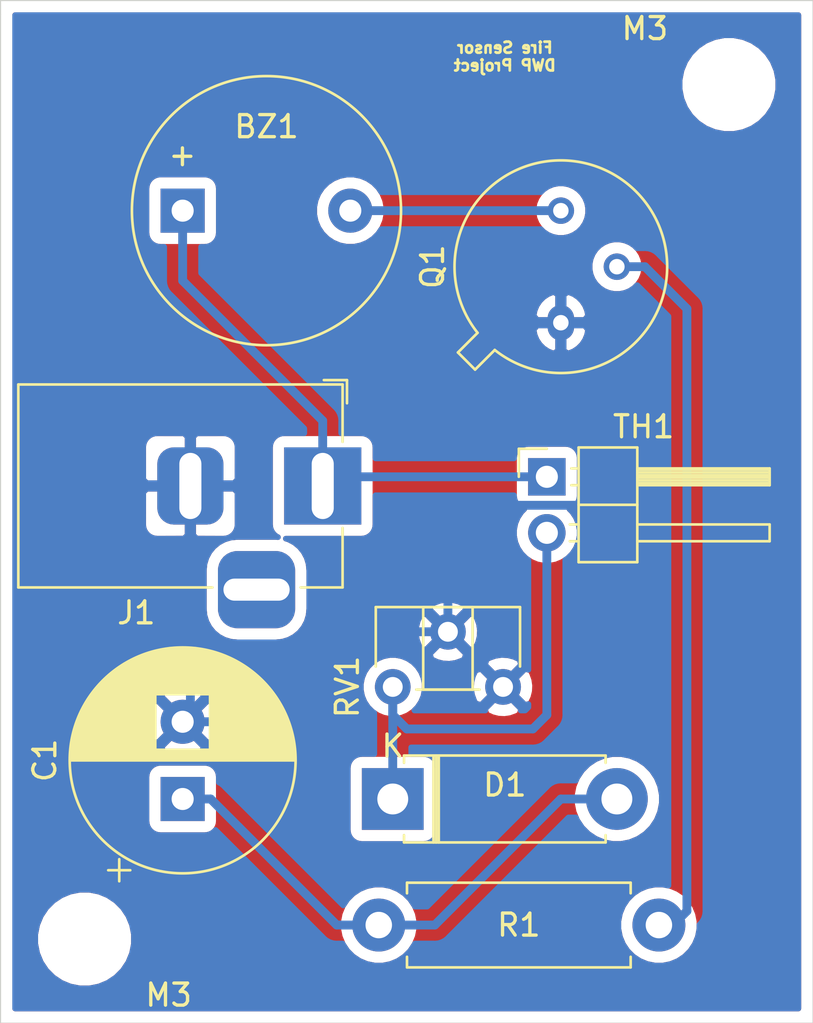
<source format=kicad_pcb>
(kicad_pcb (version 20171130) (host pcbnew "(5.1.10)-1")

  (general
    (thickness 1.6)
    (drawings 6)
    (tracks 41)
    (zones 0)
    (modules 10)
    (nets 8)
  )

  (page A4)
  (layers
    (0 F.Cu signal)
    (31 B.Cu signal)
    (32 B.Adhes user)
    (33 F.Adhes user)
    (34 B.Paste user)
    (35 F.Paste user)
    (36 B.SilkS user)
    (37 F.SilkS user)
    (38 B.Mask user)
    (39 F.Mask user)
    (40 Dwgs.User user)
    (41 Cmts.User user)
    (42 Eco1.User user)
    (43 Eco2.User user)
    (44 Edge.Cuts user)
    (45 Margin user)
    (46 B.CrtYd user)
    (47 F.CrtYd user)
    (48 B.Fab user hide)
    (49 F.Fab user hide)
  )

  (setup
    (last_trace_width 0.4)
    (user_trace_width 0.3)
    (user_trace_width 0.35)
    (user_trace_width 0.4)
    (user_trace_width 0.45)
    (user_trace_width 0.5)
    (trace_clearance 0.2)
    (zone_clearance 0.508)
    (zone_45_only no)
    (trace_min 0.2)
    (via_size 0.8)
    (via_drill 0.4)
    (via_min_size 0.4)
    (via_min_drill 0.3)
    (uvia_size 0.3)
    (uvia_drill 0.1)
    (uvias_allowed no)
    (uvia_min_size 0.2)
    (uvia_min_drill 0.1)
    (edge_width 0.05)
    (segment_width 0.2)
    (pcb_text_width 0.3)
    (pcb_text_size 1.5 1.5)
    (mod_edge_width 0.12)
    (mod_text_size 1 1)
    (mod_text_width 0.15)
    (pad_size 1.524 1.524)
    (pad_drill 0.762)
    (pad_to_mask_clearance 0)
    (aux_axis_origin 0 0)
    (visible_elements FFFFFF7F)
    (pcbplotparams
      (layerselection 0x010f0_ffffffff)
      (usegerberextensions false)
      (usegerberattributes true)
      (usegerberadvancedattributes true)
      (creategerberjobfile true)
      (excludeedgelayer true)
      (linewidth 0.100000)
      (plotframeref false)
      (viasonmask false)
      (mode 1)
      (useauxorigin false)
      (hpglpennumber 1)
      (hpglpenspeed 20)
      (hpglpendiameter 15.000000)
      (psnegative false)
      (psa4output false)
      (plotreference true)
      (plotvalue true)
      (plotinvisibletext false)
      (padsonsilk false)
      (subtractmaskfromsilk false)
      (outputformat 1)
      (mirror false)
      (drillshape 0)
      (scaleselection 1)
      (outputdirectory "file-gerber/"))
  )

  (net 0 "")
  (net 1 "Net-(BZ1-Pad1)")
  (net 2 "Net-(BZ1-Pad2)")
  (net 3 "Net-(C1-Pad1)")
  (net 4 "Net-(C1-Pad2)")
  (net 5 "Net-(D1-Pad1)")
  (net 6 "Net-(J1-Pad3)")
  (net 7 "Net-(Q1-Pad2)")

  (net_class Default "This is the default net class."
    (clearance 0.2)
    (trace_width 0.25)
    (via_dia 0.8)
    (via_drill 0.4)
    (uvia_dia 0.3)
    (uvia_drill 0.1)
    (add_net "Net-(BZ1-Pad1)")
    (add_net "Net-(BZ1-Pad2)")
    (add_net "Net-(C1-Pad1)")
    (add_net "Net-(C1-Pad2)")
    (add_net "Net-(D1-Pad1)")
    (add_net "Net-(J1-Pad3)")
    (add_net "Net-(Q1-Pad2)")
  )

  (module MountingHole:MountingHole_3.2mm_M3 (layer F.Cu) (tedit 56D1B4CB) (tstamp 6176F5BC)
    (at 74.295 113.03)
    (descr "Mounting Hole 3.2mm, no annular, M3")
    (tags "mounting hole 3.2mm no annular m3")
    (attr virtual)
    (fp_text reference M3 (at 3.81 2.54) (layer F.SilkS)
      (effects (font (size 1 1) (thickness 0.15)))
    )
    (fp_text value MountingHole_3.2mm_M3 (at 0 4.2) (layer F.Fab)
      (effects (font (size 1 1) (thickness 0.15)))
    )
    (fp_text user %R (at 0.3 0) (layer F.Fab)
      (effects (font (size 1 1) (thickness 0.15)))
    )
    (fp_circle (center 0 0) (end 3.2 0) (layer Cmts.User) (width 0.15))
    (fp_circle (center 0 0) (end 3.45 0) (layer F.CrtYd) (width 0.05))
    (pad 1 np_thru_hole circle (at 0 0) (size 3.2 3.2) (drill 3.2) (layers *.Cu *.Mask))
  )

  (module MountingHole:MountingHole_3.2mm_M3 (layer F.Cu) (tedit 56D1B4CB) (tstamp 6176F46E)
    (at 103.505 74.295)
    (descr "Mounting Hole 3.2mm, no annular, M3")
    (tags "mounting hole 3.2mm no annular m3")
    (attr virtual)
    (fp_text reference M3 (at -3.81 -2.54) (layer F.SilkS)
      (effects (font (size 1 1) (thickness 0.15)))
    )
    (fp_text value MountingHole_3.2mm_M3 (at 0 4.2) (layer F.Fab)
      (effects (font (size 1 1) (thickness 0.15)))
    )
    (fp_text user %R (at 0.3 0) (layer F.Fab)
      (effects (font (size 1 1) (thickness 0.15)))
    )
    (fp_circle (center 0 0) (end 3.2 0) (layer Cmts.User) (width 0.15))
    (fp_circle (center 0 0) (end 3.45 0) (layer F.CrtYd) (width 0.05))
    (pad 1 np_thru_hole circle (at 0 0) (size 3.2 3.2) (drill 3.2) (layers *.Cu *.Mask))
  )

  (module Connector_PinHeader_2.54mm:PinHeader_1x02_P2.54mm_Horizontal (layer F.Cu) (tedit 59FED5CB) (tstamp 61761B92)
    (at 95.25 92.075)
    (descr "Through hole angled pin header, 1x02, 2.54mm pitch, 6mm pin length, single row")
    (tags "Through hole angled pin header THT 1x02 2.54mm single row")
    (path /61753372)
    (fp_text reference TH1 (at 4.385 -2.27) (layer F.SilkS)
      (effects (font (size 1 1) (thickness 0.15)))
    )
    (fp_text value 5K (at 4.385 4.81) (layer F.Fab)
      (effects (font (size 1 1) (thickness 0.15)))
    )
    (fp_text user %R (at 2.77 1.27 90) (layer F.Fab)
      (effects (font (size 1 1) (thickness 0.15)))
    )
    (fp_line (start 2.135 -1.27) (end 4.04 -1.27) (layer F.Fab) (width 0.1))
    (fp_line (start 4.04 -1.27) (end 4.04 3.81) (layer F.Fab) (width 0.1))
    (fp_line (start 4.04 3.81) (end 1.5 3.81) (layer F.Fab) (width 0.1))
    (fp_line (start 1.5 3.81) (end 1.5 -0.635) (layer F.Fab) (width 0.1))
    (fp_line (start 1.5 -0.635) (end 2.135 -1.27) (layer F.Fab) (width 0.1))
    (fp_line (start -0.32 -0.32) (end 1.5 -0.32) (layer F.Fab) (width 0.1))
    (fp_line (start -0.32 -0.32) (end -0.32 0.32) (layer F.Fab) (width 0.1))
    (fp_line (start -0.32 0.32) (end 1.5 0.32) (layer F.Fab) (width 0.1))
    (fp_line (start 4.04 -0.32) (end 10.04 -0.32) (layer F.Fab) (width 0.1))
    (fp_line (start 10.04 -0.32) (end 10.04 0.32) (layer F.Fab) (width 0.1))
    (fp_line (start 4.04 0.32) (end 10.04 0.32) (layer F.Fab) (width 0.1))
    (fp_line (start -0.32 2.22) (end 1.5 2.22) (layer F.Fab) (width 0.1))
    (fp_line (start -0.32 2.22) (end -0.32 2.86) (layer F.Fab) (width 0.1))
    (fp_line (start -0.32 2.86) (end 1.5 2.86) (layer F.Fab) (width 0.1))
    (fp_line (start 4.04 2.22) (end 10.04 2.22) (layer F.Fab) (width 0.1))
    (fp_line (start 10.04 2.22) (end 10.04 2.86) (layer F.Fab) (width 0.1))
    (fp_line (start 4.04 2.86) (end 10.04 2.86) (layer F.Fab) (width 0.1))
    (fp_line (start 1.44 -1.33) (end 1.44 3.87) (layer F.SilkS) (width 0.12))
    (fp_line (start 1.44 3.87) (end 4.1 3.87) (layer F.SilkS) (width 0.12))
    (fp_line (start 4.1 3.87) (end 4.1 -1.33) (layer F.SilkS) (width 0.12))
    (fp_line (start 4.1 -1.33) (end 1.44 -1.33) (layer F.SilkS) (width 0.12))
    (fp_line (start 4.1 -0.38) (end 10.1 -0.38) (layer F.SilkS) (width 0.12))
    (fp_line (start 10.1 -0.38) (end 10.1 0.38) (layer F.SilkS) (width 0.12))
    (fp_line (start 10.1 0.38) (end 4.1 0.38) (layer F.SilkS) (width 0.12))
    (fp_line (start 4.1 -0.32) (end 10.1 -0.32) (layer F.SilkS) (width 0.12))
    (fp_line (start 4.1 -0.2) (end 10.1 -0.2) (layer F.SilkS) (width 0.12))
    (fp_line (start 4.1 -0.08) (end 10.1 -0.08) (layer F.SilkS) (width 0.12))
    (fp_line (start 4.1 0.04) (end 10.1 0.04) (layer F.SilkS) (width 0.12))
    (fp_line (start 4.1 0.16) (end 10.1 0.16) (layer F.SilkS) (width 0.12))
    (fp_line (start 4.1 0.28) (end 10.1 0.28) (layer F.SilkS) (width 0.12))
    (fp_line (start 1.11 -0.38) (end 1.44 -0.38) (layer F.SilkS) (width 0.12))
    (fp_line (start 1.11 0.38) (end 1.44 0.38) (layer F.SilkS) (width 0.12))
    (fp_line (start 1.44 1.27) (end 4.1 1.27) (layer F.SilkS) (width 0.12))
    (fp_line (start 4.1 2.16) (end 10.1 2.16) (layer F.SilkS) (width 0.12))
    (fp_line (start 10.1 2.16) (end 10.1 2.92) (layer F.SilkS) (width 0.12))
    (fp_line (start 10.1 2.92) (end 4.1 2.92) (layer F.SilkS) (width 0.12))
    (fp_line (start 1.042929 2.16) (end 1.44 2.16) (layer F.SilkS) (width 0.12))
    (fp_line (start 1.042929 2.92) (end 1.44 2.92) (layer F.SilkS) (width 0.12))
    (fp_line (start -1.27 0) (end -1.27 -1.27) (layer F.SilkS) (width 0.12))
    (fp_line (start -1.27 -1.27) (end 0 -1.27) (layer F.SilkS) (width 0.12))
    (fp_line (start -1.8 -1.8) (end -1.8 4.35) (layer F.CrtYd) (width 0.05))
    (fp_line (start -1.8 4.35) (end 10.55 4.35) (layer F.CrtYd) (width 0.05))
    (fp_line (start 10.55 4.35) (end 10.55 -1.8) (layer F.CrtYd) (width 0.05))
    (fp_line (start 10.55 -1.8) (end -1.8 -1.8) (layer F.CrtYd) (width 0.05))
    (pad 2 thru_hole oval (at 0 2.54) (size 1.7 1.7) (drill 1) (layers *.Cu *.Mask)
      (net 5 "Net-(D1-Pad1)"))
    (pad 1 thru_hole rect (at 0 0) (size 1.7 1.7) (drill 1) (layers *.Cu *.Mask)
      (net 1 "Net-(BZ1-Pad1)"))
    (model ${KISYS3DMOD}/Connector_PinHeader_2.54mm.3dshapes/PinHeader_1x02_P2.54mm_Horizontal.wrl
      (at (xyz 0 0 0))
      (scale (xyz 1 1 1))
      (rotate (xyz 0 0 0))
    )
  )

  (module Buzzer_Beeper:Buzzer_12x9.5RM7.6 (layer F.Cu) (tedit 5A030281) (tstamp 61754719)
    (at 78.74 80.01)
    (descr "Generic Buzzer, D12mm height 9.5mm with RM7.6mm")
    (tags buzzer)
    (path /61754739)
    (fp_text reference BZ1 (at 3.8 -3.81) (layer F.SilkS)
      (effects (font (size 1 1) (thickness 0.15)))
    )
    (fp_text value Buzzer (at 3.8 7.4) (layer F.Fab)
      (effects (font (size 1 1) (thickness 0.15)))
    )
    (fp_circle (center 3.8 0) (end 9.9 0) (layer F.SilkS) (width 0.12))
    (fp_circle (center 3.8 0) (end 4.8 0) (layer F.Fab) (width 0.1))
    (fp_circle (center 3.8 0) (end 9.8 0) (layer F.Fab) (width 0.1))
    (fp_circle (center 3.8 0) (end 10.05 0) (layer F.CrtYd) (width 0.05))
    (fp_text user + (at -0.01 -2.54) (layer F.Fab)
      (effects (font (size 1 1) (thickness 0.15)))
    )
    (fp_text user + (at -0.01 -2.54) (layer F.SilkS)
      (effects (font (size 1 1) (thickness 0.15)))
    )
    (fp_text user %R (at 3.8 -4) (layer F.Fab)
      (effects (font (size 1 1) (thickness 0.15)))
    )
    (pad 1 thru_hole rect (at 0 0) (size 2 2) (drill 1) (layers *.Cu *.Mask)
      (net 1 "Net-(BZ1-Pad1)"))
    (pad 2 thru_hole circle (at 7.6 0) (size 2 2) (drill 1) (layers *.Cu *.Mask)
      (net 2 "Net-(BZ1-Pad2)"))
    (model ${KISYS3DMOD}/Buzzer_Beeper.3dshapes/Buzzer_12x9.5RM7.6.wrl
      (at (xyz 0 0 0))
      (scale (xyz 1 1 1))
      (rotate (xyz 0 0 0))
    )
  )

  (module Capacitor_THT:CP_Radial_D10.0mm_P3.50mm (layer F.Cu) (tedit 5AE50EF0) (tstamp 617547E5)
    (at 78.74 106.68 90)
    (descr "CP, Radial series, Radial, pin pitch=3.50mm, , diameter=10mm, Electrolytic Capacitor")
    (tags "CP Radial series Radial pin pitch 3.50mm  diameter 10mm Electrolytic Capacitor")
    (path /617540EA)
    (fp_text reference C1 (at 1.75 -6.25 90) (layer F.SilkS)
      (effects (font (size 1 1) (thickness 0.15)))
    )
    (fp_text value 10uF (at 1.75 6.25 90) (layer F.Fab)
      (effects (font (size 1 1) (thickness 0.15)))
    )
    (fp_line (start -3.229646 -3.375) (end -3.229646 -2.375) (layer F.SilkS) (width 0.12))
    (fp_line (start -3.729646 -2.875) (end -2.729646 -2.875) (layer F.SilkS) (width 0.12))
    (fp_line (start 6.831 -0.599) (end 6.831 0.599) (layer F.SilkS) (width 0.12))
    (fp_line (start 6.791 -0.862) (end 6.791 0.862) (layer F.SilkS) (width 0.12))
    (fp_line (start 6.751 -1.062) (end 6.751 1.062) (layer F.SilkS) (width 0.12))
    (fp_line (start 6.711 -1.23) (end 6.711 1.23) (layer F.SilkS) (width 0.12))
    (fp_line (start 6.671 -1.378) (end 6.671 1.378) (layer F.SilkS) (width 0.12))
    (fp_line (start 6.631 -1.51) (end 6.631 1.51) (layer F.SilkS) (width 0.12))
    (fp_line (start 6.591 -1.63) (end 6.591 1.63) (layer F.SilkS) (width 0.12))
    (fp_line (start 6.551 -1.742) (end 6.551 1.742) (layer F.SilkS) (width 0.12))
    (fp_line (start 6.511 -1.846) (end 6.511 1.846) (layer F.SilkS) (width 0.12))
    (fp_line (start 6.471 -1.944) (end 6.471 1.944) (layer F.SilkS) (width 0.12))
    (fp_line (start 6.431 -2.037) (end 6.431 2.037) (layer F.SilkS) (width 0.12))
    (fp_line (start 6.391 -2.125) (end 6.391 2.125) (layer F.SilkS) (width 0.12))
    (fp_line (start 6.351 -2.209) (end 6.351 2.209) (layer F.SilkS) (width 0.12))
    (fp_line (start 6.311 -2.289) (end 6.311 2.289) (layer F.SilkS) (width 0.12))
    (fp_line (start 6.271 -2.365) (end 6.271 2.365) (layer F.SilkS) (width 0.12))
    (fp_line (start 6.231 -2.439) (end 6.231 2.439) (layer F.SilkS) (width 0.12))
    (fp_line (start 6.191 -2.51) (end 6.191 2.51) (layer F.SilkS) (width 0.12))
    (fp_line (start 6.151 -2.579) (end 6.151 2.579) (layer F.SilkS) (width 0.12))
    (fp_line (start 6.111 -2.645) (end 6.111 2.645) (layer F.SilkS) (width 0.12))
    (fp_line (start 6.071 -2.709) (end 6.071 2.709) (layer F.SilkS) (width 0.12))
    (fp_line (start 6.031 -2.77) (end 6.031 2.77) (layer F.SilkS) (width 0.12))
    (fp_line (start 5.991 -2.83) (end 5.991 2.83) (layer F.SilkS) (width 0.12))
    (fp_line (start 5.951 -2.889) (end 5.951 2.889) (layer F.SilkS) (width 0.12))
    (fp_line (start 5.911 -2.945) (end 5.911 2.945) (layer F.SilkS) (width 0.12))
    (fp_line (start 5.871 -3) (end 5.871 3) (layer F.SilkS) (width 0.12))
    (fp_line (start 5.831 -3.054) (end 5.831 3.054) (layer F.SilkS) (width 0.12))
    (fp_line (start 5.791 -3.106) (end 5.791 3.106) (layer F.SilkS) (width 0.12))
    (fp_line (start 5.751 -3.156) (end 5.751 3.156) (layer F.SilkS) (width 0.12))
    (fp_line (start 5.711 -3.206) (end 5.711 3.206) (layer F.SilkS) (width 0.12))
    (fp_line (start 5.671 -3.254) (end 5.671 3.254) (layer F.SilkS) (width 0.12))
    (fp_line (start 5.631 -3.301) (end 5.631 3.301) (layer F.SilkS) (width 0.12))
    (fp_line (start 5.591 -3.347) (end 5.591 3.347) (layer F.SilkS) (width 0.12))
    (fp_line (start 5.551 -3.392) (end 5.551 3.392) (layer F.SilkS) (width 0.12))
    (fp_line (start 5.511 -3.436) (end 5.511 3.436) (layer F.SilkS) (width 0.12))
    (fp_line (start 5.471 -3.478) (end 5.471 3.478) (layer F.SilkS) (width 0.12))
    (fp_line (start 5.431 -3.52) (end 5.431 3.52) (layer F.SilkS) (width 0.12))
    (fp_line (start 5.391 -3.561) (end 5.391 3.561) (layer F.SilkS) (width 0.12))
    (fp_line (start 5.351 -3.601) (end 5.351 3.601) (layer F.SilkS) (width 0.12))
    (fp_line (start 5.311 -3.64) (end 5.311 3.64) (layer F.SilkS) (width 0.12))
    (fp_line (start 5.271 -3.679) (end 5.271 3.679) (layer F.SilkS) (width 0.12))
    (fp_line (start 5.231 -3.716) (end 5.231 3.716) (layer F.SilkS) (width 0.12))
    (fp_line (start 5.191 -3.753) (end 5.191 3.753) (layer F.SilkS) (width 0.12))
    (fp_line (start 5.151 -3.789) (end 5.151 3.789) (layer F.SilkS) (width 0.12))
    (fp_line (start 5.111 -3.824) (end 5.111 3.824) (layer F.SilkS) (width 0.12))
    (fp_line (start 5.071 -3.858) (end 5.071 3.858) (layer F.SilkS) (width 0.12))
    (fp_line (start 5.031 -3.892) (end 5.031 3.892) (layer F.SilkS) (width 0.12))
    (fp_line (start 4.991 -3.925) (end 4.991 3.925) (layer F.SilkS) (width 0.12))
    (fp_line (start 4.951 -3.957) (end 4.951 3.957) (layer F.SilkS) (width 0.12))
    (fp_line (start 4.911 -3.989) (end 4.911 3.989) (layer F.SilkS) (width 0.12))
    (fp_line (start 4.871 -4.02) (end 4.871 4.02) (layer F.SilkS) (width 0.12))
    (fp_line (start 4.831 -4.05) (end 4.831 4.05) (layer F.SilkS) (width 0.12))
    (fp_line (start 4.791 -4.08) (end 4.791 4.08) (layer F.SilkS) (width 0.12))
    (fp_line (start 4.751 -4.11) (end 4.751 4.11) (layer F.SilkS) (width 0.12))
    (fp_line (start 4.711 1.241) (end 4.711 4.138) (layer F.SilkS) (width 0.12))
    (fp_line (start 4.711 -4.138) (end 4.711 -1.241) (layer F.SilkS) (width 0.12))
    (fp_line (start 4.671 1.241) (end 4.671 4.166) (layer F.SilkS) (width 0.12))
    (fp_line (start 4.671 -4.166) (end 4.671 -1.241) (layer F.SilkS) (width 0.12))
    (fp_line (start 4.631 1.241) (end 4.631 4.194) (layer F.SilkS) (width 0.12))
    (fp_line (start 4.631 -4.194) (end 4.631 -1.241) (layer F.SilkS) (width 0.12))
    (fp_line (start 4.591 1.241) (end 4.591 4.221) (layer F.SilkS) (width 0.12))
    (fp_line (start 4.591 -4.221) (end 4.591 -1.241) (layer F.SilkS) (width 0.12))
    (fp_line (start 4.551 1.241) (end 4.551 4.247) (layer F.SilkS) (width 0.12))
    (fp_line (start 4.551 -4.247) (end 4.551 -1.241) (layer F.SilkS) (width 0.12))
    (fp_line (start 4.511 1.241) (end 4.511 4.273) (layer F.SilkS) (width 0.12))
    (fp_line (start 4.511 -4.273) (end 4.511 -1.241) (layer F.SilkS) (width 0.12))
    (fp_line (start 4.471 1.241) (end 4.471 4.298) (layer F.SilkS) (width 0.12))
    (fp_line (start 4.471 -4.298) (end 4.471 -1.241) (layer F.SilkS) (width 0.12))
    (fp_line (start 4.431 1.241) (end 4.431 4.323) (layer F.SilkS) (width 0.12))
    (fp_line (start 4.431 -4.323) (end 4.431 -1.241) (layer F.SilkS) (width 0.12))
    (fp_line (start 4.391 1.241) (end 4.391 4.347) (layer F.SilkS) (width 0.12))
    (fp_line (start 4.391 -4.347) (end 4.391 -1.241) (layer F.SilkS) (width 0.12))
    (fp_line (start 4.351 1.241) (end 4.351 4.371) (layer F.SilkS) (width 0.12))
    (fp_line (start 4.351 -4.371) (end 4.351 -1.241) (layer F.SilkS) (width 0.12))
    (fp_line (start 4.311 1.241) (end 4.311 4.395) (layer F.SilkS) (width 0.12))
    (fp_line (start 4.311 -4.395) (end 4.311 -1.241) (layer F.SilkS) (width 0.12))
    (fp_line (start 4.271 1.241) (end 4.271 4.417) (layer F.SilkS) (width 0.12))
    (fp_line (start 4.271 -4.417) (end 4.271 -1.241) (layer F.SilkS) (width 0.12))
    (fp_line (start 4.231 1.241) (end 4.231 4.44) (layer F.SilkS) (width 0.12))
    (fp_line (start 4.231 -4.44) (end 4.231 -1.241) (layer F.SilkS) (width 0.12))
    (fp_line (start 4.191 1.241) (end 4.191 4.462) (layer F.SilkS) (width 0.12))
    (fp_line (start 4.191 -4.462) (end 4.191 -1.241) (layer F.SilkS) (width 0.12))
    (fp_line (start 4.151 1.241) (end 4.151 4.483) (layer F.SilkS) (width 0.12))
    (fp_line (start 4.151 -4.483) (end 4.151 -1.241) (layer F.SilkS) (width 0.12))
    (fp_line (start 4.111 1.241) (end 4.111 4.504) (layer F.SilkS) (width 0.12))
    (fp_line (start 4.111 -4.504) (end 4.111 -1.241) (layer F.SilkS) (width 0.12))
    (fp_line (start 4.071 1.241) (end 4.071 4.525) (layer F.SilkS) (width 0.12))
    (fp_line (start 4.071 -4.525) (end 4.071 -1.241) (layer F.SilkS) (width 0.12))
    (fp_line (start 4.031 1.241) (end 4.031 4.545) (layer F.SilkS) (width 0.12))
    (fp_line (start 4.031 -4.545) (end 4.031 -1.241) (layer F.SilkS) (width 0.12))
    (fp_line (start 3.991 1.241) (end 3.991 4.564) (layer F.SilkS) (width 0.12))
    (fp_line (start 3.991 -4.564) (end 3.991 -1.241) (layer F.SilkS) (width 0.12))
    (fp_line (start 3.951 1.241) (end 3.951 4.584) (layer F.SilkS) (width 0.12))
    (fp_line (start 3.951 -4.584) (end 3.951 -1.241) (layer F.SilkS) (width 0.12))
    (fp_line (start 3.911 1.241) (end 3.911 4.603) (layer F.SilkS) (width 0.12))
    (fp_line (start 3.911 -4.603) (end 3.911 -1.241) (layer F.SilkS) (width 0.12))
    (fp_line (start 3.871 1.241) (end 3.871 4.621) (layer F.SilkS) (width 0.12))
    (fp_line (start 3.871 -4.621) (end 3.871 -1.241) (layer F.SilkS) (width 0.12))
    (fp_line (start 3.831 1.241) (end 3.831 4.639) (layer F.SilkS) (width 0.12))
    (fp_line (start 3.831 -4.639) (end 3.831 -1.241) (layer F.SilkS) (width 0.12))
    (fp_line (start 3.791 1.241) (end 3.791 4.657) (layer F.SilkS) (width 0.12))
    (fp_line (start 3.791 -4.657) (end 3.791 -1.241) (layer F.SilkS) (width 0.12))
    (fp_line (start 3.751 1.241) (end 3.751 4.674) (layer F.SilkS) (width 0.12))
    (fp_line (start 3.751 -4.674) (end 3.751 -1.241) (layer F.SilkS) (width 0.12))
    (fp_line (start 3.711 1.241) (end 3.711 4.69) (layer F.SilkS) (width 0.12))
    (fp_line (start 3.711 -4.69) (end 3.711 -1.241) (layer F.SilkS) (width 0.12))
    (fp_line (start 3.671 1.241) (end 3.671 4.707) (layer F.SilkS) (width 0.12))
    (fp_line (start 3.671 -4.707) (end 3.671 -1.241) (layer F.SilkS) (width 0.12))
    (fp_line (start 3.631 1.241) (end 3.631 4.723) (layer F.SilkS) (width 0.12))
    (fp_line (start 3.631 -4.723) (end 3.631 -1.241) (layer F.SilkS) (width 0.12))
    (fp_line (start 3.591 1.241) (end 3.591 4.738) (layer F.SilkS) (width 0.12))
    (fp_line (start 3.591 -4.738) (end 3.591 -1.241) (layer F.SilkS) (width 0.12))
    (fp_line (start 3.551 1.241) (end 3.551 4.754) (layer F.SilkS) (width 0.12))
    (fp_line (start 3.551 -4.754) (end 3.551 -1.241) (layer F.SilkS) (width 0.12))
    (fp_line (start 3.511 1.241) (end 3.511 4.768) (layer F.SilkS) (width 0.12))
    (fp_line (start 3.511 -4.768) (end 3.511 -1.241) (layer F.SilkS) (width 0.12))
    (fp_line (start 3.471 1.241) (end 3.471 4.783) (layer F.SilkS) (width 0.12))
    (fp_line (start 3.471 -4.783) (end 3.471 -1.241) (layer F.SilkS) (width 0.12))
    (fp_line (start 3.431 1.241) (end 3.431 4.797) (layer F.SilkS) (width 0.12))
    (fp_line (start 3.431 -4.797) (end 3.431 -1.241) (layer F.SilkS) (width 0.12))
    (fp_line (start 3.391 1.241) (end 3.391 4.811) (layer F.SilkS) (width 0.12))
    (fp_line (start 3.391 -4.811) (end 3.391 -1.241) (layer F.SilkS) (width 0.12))
    (fp_line (start 3.351 1.241) (end 3.351 4.824) (layer F.SilkS) (width 0.12))
    (fp_line (start 3.351 -4.824) (end 3.351 -1.241) (layer F.SilkS) (width 0.12))
    (fp_line (start 3.311 1.241) (end 3.311 4.837) (layer F.SilkS) (width 0.12))
    (fp_line (start 3.311 -4.837) (end 3.311 -1.241) (layer F.SilkS) (width 0.12))
    (fp_line (start 3.271 1.241) (end 3.271 4.85) (layer F.SilkS) (width 0.12))
    (fp_line (start 3.271 -4.85) (end 3.271 -1.241) (layer F.SilkS) (width 0.12))
    (fp_line (start 3.231 1.241) (end 3.231 4.862) (layer F.SilkS) (width 0.12))
    (fp_line (start 3.231 -4.862) (end 3.231 -1.241) (layer F.SilkS) (width 0.12))
    (fp_line (start 3.191 1.241) (end 3.191 4.874) (layer F.SilkS) (width 0.12))
    (fp_line (start 3.191 -4.874) (end 3.191 -1.241) (layer F.SilkS) (width 0.12))
    (fp_line (start 3.151 1.241) (end 3.151 4.885) (layer F.SilkS) (width 0.12))
    (fp_line (start 3.151 -4.885) (end 3.151 -1.241) (layer F.SilkS) (width 0.12))
    (fp_line (start 3.111 1.241) (end 3.111 4.897) (layer F.SilkS) (width 0.12))
    (fp_line (start 3.111 -4.897) (end 3.111 -1.241) (layer F.SilkS) (width 0.12))
    (fp_line (start 3.071 1.241) (end 3.071 4.907) (layer F.SilkS) (width 0.12))
    (fp_line (start 3.071 -4.907) (end 3.071 -1.241) (layer F.SilkS) (width 0.12))
    (fp_line (start 3.031 1.241) (end 3.031 4.918) (layer F.SilkS) (width 0.12))
    (fp_line (start 3.031 -4.918) (end 3.031 -1.241) (layer F.SilkS) (width 0.12))
    (fp_line (start 2.991 1.241) (end 2.991 4.928) (layer F.SilkS) (width 0.12))
    (fp_line (start 2.991 -4.928) (end 2.991 -1.241) (layer F.SilkS) (width 0.12))
    (fp_line (start 2.951 1.241) (end 2.951 4.938) (layer F.SilkS) (width 0.12))
    (fp_line (start 2.951 -4.938) (end 2.951 -1.241) (layer F.SilkS) (width 0.12))
    (fp_line (start 2.911 1.241) (end 2.911 4.947) (layer F.SilkS) (width 0.12))
    (fp_line (start 2.911 -4.947) (end 2.911 -1.241) (layer F.SilkS) (width 0.12))
    (fp_line (start 2.871 1.241) (end 2.871 4.956) (layer F.SilkS) (width 0.12))
    (fp_line (start 2.871 -4.956) (end 2.871 -1.241) (layer F.SilkS) (width 0.12))
    (fp_line (start 2.831 1.241) (end 2.831 4.965) (layer F.SilkS) (width 0.12))
    (fp_line (start 2.831 -4.965) (end 2.831 -1.241) (layer F.SilkS) (width 0.12))
    (fp_line (start 2.791 1.241) (end 2.791 4.974) (layer F.SilkS) (width 0.12))
    (fp_line (start 2.791 -4.974) (end 2.791 -1.241) (layer F.SilkS) (width 0.12))
    (fp_line (start 2.751 1.241) (end 2.751 4.982) (layer F.SilkS) (width 0.12))
    (fp_line (start 2.751 -4.982) (end 2.751 -1.241) (layer F.SilkS) (width 0.12))
    (fp_line (start 2.711 1.241) (end 2.711 4.99) (layer F.SilkS) (width 0.12))
    (fp_line (start 2.711 -4.99) (end 2.711 -1.241) (layer F.SilkS) (width 0.12))
    (fp_line (start 2.671 1.241) (end 2.671 4.997) (layer F.SilkS) (width 0.12))
    (fp_line (start 2.671 -4.997) (end 2.671 -1.241) (layer F.SilkS) (width 0.12))
    (fp_line (start 2.631 1.241) (end 2.631 5.004) (layer F.SilkS) (width 0.12))
    (fp_line (start 2.631 -5.004) (end 2.631 -1.241) (layer F.SilkS) (width 0.12))
    (fp_line (start 2.591 1.241) (end 2.591 5.011) (layer F.SilkS) (width 0.12))
    (fp_line (start 2.591 -5.011) (end 2.591 -1.241) (layer F.SilkS) (width 0.12))
    (fp_line (start 2.551 1.241) (end 2.551 5.018) (layer F.SilkS) (width 0.12))
    (fp_line (start 2.551 -5.018) (end 2.551 -1.241) (layer F.SilkS) (width 0.12))
    (fp_line (start 2.511 1.241) (end 2.511 5.024) (layer F.SilkS) (width 0.12))
    (fp_line (start 2.511 -5.024) (end 2.511 -1.241) (layer F.SilkS) (width 0.12))
    (fp_line (start 2.471 1.241) (end 2.471 5.03) (layer F.SilkS) (width 0.12))
    (fp_line (start 2.471 -5.03) (end 2.471 -1.241) (layer F.SilkS) (width 0.12))
    (fp_line (start 2.43 1.241) (end 2.43 5.035) (layer F.SilkS) (width 0.12))
    (fp_line (start 2.43 -5.035) (end 2.43 -1.241) (layer F.SilkS) (width 0.12))
    (fp_line (start 2.39 1.241) (end 2.39 5.04) (layer F.SilkS) (width 0.12))
    (fp_line (start 2.39 -5.04) (end 2.39 -1.241) (layer F.SilkS) (width 0.12))
    (fp_line (start 2.35 1.241) (end 2.35 5.045) (layer F.SilkS) (width 0.12))
    (fp_line (start 2.35 -5.045) (end 2.35 -1.241) (layer F.SilkS) (width 0.12))
    (fp_line (start 2.31 1.241) (end 2.31 5.05) (layer F.SilkS) (width 0.12))
    (fp_line (start 2.31 -5.05) (end 2.31 -1.241) (layer F.SilkS) (width 0.12))
    (fp_line (start 2.27 1.241) (end 2.27 5.054) (layer F.SilkS) (width 0.12))
    (fp_line (start 2.27 -5.054) (end 2.27 -1.241) (layer F.SilkS) (width 0.12))
    (fp_line (start 2.23 -5.058) (end 2.23 5.058) (layer F.SilkS) (width 0.12))
    (fp_line (start 2.19 -5.062) (end 2.19 5.062) (layer F.SilkS) (width 0.12))
    (fp_line (start 2.15 -5.065) (end 2.15 5.065) (layer F.SilkS) (width 0.12))
    (fp_line (start 2.11 -5.068) (end 2.11 5.068) (layer F.SilkS) (width 0.12))
    (fp_line (start 2.07 -5.07) (end 2.07 5.07) (layer F.SilkS) (width 0.12))
    (fp_line (start 2.03 -5.073) (end 2.03 5.073) (layer F.SilkS) (width 0.12))
    (fp_line (start 1.99 -5.075) (end 1.99 5.075) (layer F.SilkS) (width 0.12))
    (fp_line (start 1.95 -5.077) (end 1.95 5.077) (layer F.SilkS) (width 0.12))
    (fp_line (start 1.91 -5.078) (end 1.91 5.078) (layer F.SilkS) (width 0.12))
    (fp_line (start 1.87 -5.079) (end 1.87 5.079) (layer F.SilkS) (width 0.12))
    (fp_line (start 1.83 -5.08) (end 1.83 5.08) (layer F.SilkS) (width 0.12))
    (fp_line (start 1.79 -5.08) (end 1.79 5.08) (layer F.SilkS) (width 0.12))
    (fp_line (start 1.75 -5.08) (end 1.75 5.08) (layer F.SilkS) (width 0.12))
    (fp_line (start -2.038861 -2.6875) (end -2.038861 -1.6875) (layer F.Fab) (width 0.1))
    (fp_line (start -2.538861 -2.1875) (end -1.538861 -2.1875) (layer F.Fab) (width 0.1))
    (fp_circle (center 1.75 0) (end 7 0) (layer F.CrtYd) (width 0.05))
    (fp_circle (center 1.75 0) (end 6.87 0) (layer F.SilkS) (width 0.12))
    (fp_circle (center 1.75 0) (end 6.75 0) (layer F.Fab) (width 0.1))
    (fp_text user %R (at 1.75 0 90) (layer F.Fab)
      (effects (font (size 1 1) (thickness 0.15)))
    )
    (pad 1 thru_hole rect (at 0 0 90) (size 2 2) (drill 1) (layers *.Cu *.Mask)
      (net 3 "Net-(C1-Pad1)"))
    (pad 2 thru_hole circle (at 3.5 0 90) (size 2 2) (drill 1) (layers *.Cu *.Mask)
      (net 4 "Net-(C1-Pad2)"))
    (model ${KISYS3DMOD}/Capacitor_THT.3dshapes/CP_Radial_D10.0mm_P3.50mm.wrl
      (at (xyz 0 0 0))
      (scale (xyz 1 1 1))
      (rotate (xyz 0 0 0))
    )
  )

  (module Diode_THT:D_5W_P10.16mm_Horizontal (layer F.Cu) (tedit 5AE50CD5) (tstamp 61754804)
    (at 88.265 106.68)
    (descr "Diode, 5W series, Axial, Horizontal, pin pitch=10.16mm, , length*diameter=8.9*3.7mm^2, , http://www.diodes.com/_files/packages/8686949.gif")
    (tags "Diode 5W series Axial Horizontal pin pitch 10.16mm  length 8.9mm diameter 3.7mm")
    (path /61753AA9)
    (fp_text reference D1 (at 5.08 -0.635) (layer F.SilkS)
      (effects (font (size 1 1) (thickness 0.15)))
    )
    (fp_text value 1N4007 (at 5.08 2.97) (layer F.Fab)
      (effects (font (size 1 1) (thickness 0.15)))
    )
    (fp_line (start 11.81 -2.1) (end -1.65 -2.1) (layer F.CrtYd) (width 0.05))
    (fp_line (start 11.81 2.1) (end 11.81 -2.1) (layer F.CrtYd) (width 0.05))
    (fp_line (start -1.65 2.1) (end 11.81 2.1) (layer F.CrtYd) (width 0.05))
    (fp_line (start -1.65 -2.1) (end -1.65 2.1) (layer F.CrtYd) (width 0.05))
    (fp_line (start 1.845 -1.97) (end 1.845 1.97) (layer F.SilkS) (width 0.12))
    (fp_line (start 2.085 -1.97) (end 2.085 1.97) (layer F.SilkS) (width 0.12))
    (fp_line (start 1.965 -1.97) (end 1.965 1.97) (layer F.SilkS) (width 0.12))
    (fp_line (start 9.65 1.97) (end 9.65 1.64) (layer F.SilkS) (width 0.12))
    (fp_line (start 0.51 1.97) (end 9.65 1.97) (layer F.SilkS) (width 0.12))
    (fp_line (start 0.51 1.64) (end 0.51 1.97) (layer F.SilkS) (width 0.12))
    (fp_line (start 9.65 -1.97) (end 9.65 -1.64) (layer F.SilkS) (width 0.12))
    (fp_line (start 0.51 -1.97) (end 9.65 -1.97) (layer F.SilkS) (width 0.12))
    (fp_line (start 0.51 -1.64) (end 0.51 -1.97) (layer F.SilkS) (width 0.12))
    (fp_line (start 1.865 -1.85) (end 1.865 1.85) (layer F.Fab) (width 0.1))
    (fp_line (start 2.065 -1.85) (end 2.065 1.85) (layer F.Fab) (width 0.1))
    (fp_line (start 1.965 -1.85) (end 1.965 1.85) (layer F.Fab) (width 0.1))
    (fp_line (start 10.16 0) (end 9.53 0) (layer F.Fab) (width 0.1))
    (fp_line (start 0 0) (end 0.63 0) (layer F.Fab) (width 0.1))
    (fp_line (start 9.53 -1.85) (end 0.63 -1.85) (layer F.Fab) (width 0.1))
    (fp_line (start 9.53 1.85) (end 9.53 -1.85) (layer F.Fab) (width 0.1))
    (fp_line (start 0.63 1.85) (end 9.53 1.85) (layer F.Fab) (width 0.1))
    (fp_line (start 0.63 -1.85) (end 0.63 1.85) (layer F.Fab) (width 0.1))
    (fp_text user %R (at 5.7475 0) (layer F.Fab)
      (effects (font (size 1 1) (thickness 0.15)))
    )
    (fp_text user K (at 0 -2.4) (layer F.Fab)
      (effects (font (size 1 1) (thickness 0.15)))
    )
    (fp_text user K (at 0 -2.4) (layer F.SilkS)
      (effects (font (size 1 1) (thickness 0.15)))
    )
    (pad 1 thru_hole rect (at 0 0) (size 2.8 2.8) (drill 1.4) (layers *.Cu *.Mask)
      (net 5 "Net-(D1-Pad1)"))
    (pad 2 thru_hole oval (at 10.16 0) (size 2.8 2.8) (drill 1.4) (layers *.Cu *.Mask)
      (net 3 "Net-(C1-Pad1)"))
    (model ${KISYS3DMOD}/Diode_THT.3dshapes/D_5W_P10.16mm_Horizontal.wrl
      (at (xyz 0 0 0))
      (scale (xyz 1 1 1))
      (rotate (xyz 0 0 0))
    )
  )

  (module Connector_BarrelJack:BarrelJack_Horizontal (layer F.Cu) (tedit 5A1DBF6A) (tstamp 61754827)
    (at 85.09 92.490001)
    (descr "DC Barrel Jack")
    (tags "Power Jack")
    (path /61755B6D)
    (fp_text reference J1 (at -8.45 5.75) (layer F.SilkS)
      (effects (font (size 1 1) (thickness 0.15)))
    )
    (fp_text value DC (at -6.2 -5.5) (layer F.Fab)
      (effects (font (size 1 1) (thickness 0.15)))
    )
    (fp_line (start 0 -4.5) (end -13.7 -4.5) (layer F.Fab) (width 0.1))
    (fp_line (start 0.8 4.5) (end 0.8 -3.75) (layer F.Fab) (width 0.1))
    (fp_line (start -13.7 4.5) (end 0.8 4.5) (layer F.Fab) (width 0.1))
    (fp_line (start -13.7 -4.5) (end -13.7 4.5) (layer F.Fab) (width 0.1))
    (fp_line (start -10.2 -4.5) (end -10.2 4.5) (layer F.Fab) (width 0.1))
    (fp_line (start 0.9 -4.6) (end 0.9 -2) (layer F.SilkS) (width 0.12))
    (fp_line (start -13.8 -4.6) (end 0.9 -4.6) (layer F.SilkS) (width 0.12))
    (fp_line (start 0.9 4.6) (end -1 4.6) (layer F.SilkS) (width 0.12))
    (fp_line (start 0.9 1.9) (end 0.9 4.6) (layer F.SilkS) (width 0.12))
    (fp_line (start -13.8 4.6) (end -13.8 -4.6) (layer F.SilkS) (width 0.12))
    (fp_line (start -5 4.6) (end -13.8 4.6) (layer F.SilkS) (width 0.12))
    (fp_line (start -14 4.75) (end -14 -4.75) (layer F.CrtYd) (width 0.05))
    (fp_line (start -5 4.75) (end -14 4.75) (layer F.CrtYd) (width 0.05))
    (fp_line (start -5 6.75) (end -5 4.75) (layer F.CrtYd) (width 0.05))
    (fp_line (start -1 6.75) (end -5 6.75) (layer F.CrtYd) (width 0.05))
    (fp_line (start -1 4.75) (end -1 6.75) (layer F.CrtYd) (width 0.05))
    (fp_line (start 1 4.75) (end -1 4.75) (layer F.CrtYd) (width 0.05))
    (fp_line (start 1 2) (end 1 4.75) (layer F.CrtYd) (width 0.05))
    (fp_line (start 2 2) (end 1 2) (layer F.CrtYd) (width 0.05))
    (fp_line (start 2 -2) (end 2 2) (layer F.CrtYd) (width 0.05))
    (fp_line (start 1 -2) (end 2 -2) (layer F.CrtYd) (width 0.05))
    (fp_line (start 1 -4.5) (end 1 -2) (layer F.CrtYd) (width 0.05))
    (fp_line (start 1 -4.75) (end -14 -4.75) (layer F.CrtYd) (width 0.05))
    (fp_line (start 1 -4.5) (end 1 -4.75) (layer F.CrtYd) (width 0.05))
    (fp_line (start 0.05 -4.8) (end 1.1 -4.8) (layer F.SilkS) (width 0.12))
    (fp_line (start 1.1 -3.75) (end 1.1 -4.8) (layer F.SilkS) (width 0.12))
    (fp_line (start -0.003213 -4.505425) (end 0.8 -3.75) (layer F.Fab) (width 0.1))
    (fp_text user %R (at -3 -2.95) (layer F.Fab)
      (effects (font (size 1 1) (thickness 0.15)))
    )
    (pad 1 thru_hole rect (at 0 0) (size 3.5 3.5) (drill oval 1 3) (layers *.Cu *.Mask)
      (net 1 "Net-(BZ1-Pad1)"))
    (pad 2 thru_hole roundrect (at -6 0) (size 3 3.5) (drill oval 1 3) (layers *.Cu *.Mask) (roundrect_rratio 0.25)
      (net 4 "Net-(C1-Pad2)"))
    (pad 3 thru_hole roundrect (at -3 4.7) (size 3.5 3.5) (drill oval 3 1) (layers *.Cu *.Mask) (roundrect_rratio 0.25)
      (net 6 "Net-(J1-Pad3)"))
    (model ${KISYS3DMOD}/Connector_BarrelJack.3dshapes/BarrelJack_Horizontal.wrl
      (at (xyz 0 0 0))
      (scale (xyz 1 1 1))
      (rotate (xyz 0 0 0))
    )
  )

  (module Package_TO_SOT_THT:TO-39-3 (layer F.Cu) (tedit 5A02FF81) (tstamp 6175483C)
    (at 95.885 85.09 90)
    (descr TO-39-3)
    (tags TO-39-3)
    (path /6175511B)
    (fp_text reference Q1 (at 2.54 -5.82 90) (layer F.SilkS)
      (effects (font (size 1 1) (thickness 0.15)))
    )
    (fp_text value 2N2219 (at 2.54 5.82 90) (layer F.Fab)
      (effects (font (size 1 1) (thickness 0.15)))
    )
    (fp_circle (center 2.54 0) (end 6.79 0) (layer F.Fab) (width 0.1))
    (fp_line (start 7.49 -4.95) (end -2.41 -4.95) (layer F.CrtYd) (width 0.05))
    (fp_line (start 7.49 4.95) (end 7.49 -4.95) (layer F.CrtYd) (width 0.05))
    (fp_line (start -2.41 4.95) (end 7.49 4.95) (layer F.CrtYd) (width 0.05))
    (fp_line (start -2.41 -4.95) (end -2.41 4.95) (layer F.CrtYd) (width 0.05))
    (fp_line (start -2.125856 -3.888039) (end -1.234902 -2.997084) (layer F.SilkS) (width 0.12))
    (fp_line (start -1.348039 -4.665856) (end -2.125856 -3.888039) (layer F.SilkS) (width 0.12))
    (fp_line (start -0.457084 -3.774902) (end -1.348039 -4.665856) (layer F.SilkS) (width 0.12))
    (fp_line (start -1.879621 -3.81151) (end -1.07352 -3.005408) (layer F.Fab) (width 0.1))
    (fp_line (start -1.27151 -4.419621) (end -1.879621 -3.81151) (layer F.Fab) (width 0.1))
    (fp_line (start -0.465408 -3.61352) (end -1.27151 -4.419621) (layer F.Fab) (width 0.1))
    (fp_text user %R (at 2.54 -5.82 90) (layer F.Fab)
      (effects (font (size 1 1) (thickness 0.15)))
    )
    (fp_arc (start 2.54 0) (end -0.465408 -3.61352) (angle 349.5) (layer F.Fab) (width 0.1))
    (fp_arc (start 2.54 0) (end -0.457084 -3.774902) (angle 346.9) (layer F.SilkS) (width 0.12))
    (pad 1 thru_hole oval (at 0 0 90) (size 1.6 1.2) (drill 0.7) (layers *.Cu *.Mask)
      (net 4 "Net-(C1-Pad2)"))
    (pad 2 thru_hole oval (at 2.54 2.54 90) (size 1.2 1.2) (drill 0.7) (layers *.Cu *.Mask)
      (net 7 "Net-(Q1-Pad2)"))
    (pad 3 thru_hole oval (at 5.08 0 90) (size 1.2 1.2) (drill 0.7) (layers *.Cu *.Mask)
      (net 2 "Net-(BZ1-Pad2)"))
    (model ${KISYS3DMOD}/Package_TO_SOT_THT.3dshapes/TO-39-3.wrl
      (at (xyz 0 0 0))
      (scale (xyz 1 1 1))
      (rotate (xyz 0 0 0))
    )
  )

  (module Resistor_THT:R_Axial_DIN0411_L9.9mm_D3.6mm_P12.70mm_Horizontal (layer F.Cu) (tedit 5AE5139B) (tstamp 61754853)
    (at 100.33 112.395 180)
    (descr "Resistor, Axial_DIN0411 series, Axial, Horizontal, pin pitch=12.7mm, 1W, length*diameter=9.9*3.6mm^2")
    (tags "Resistor Axial_DIN0411 series Axial Horizontal pin pitch 12.7mm 1W length 9.9mm diameter 3.6mm")
    (path /61752DB7)
    (fp_text reference R1 (at 6.35 0) (layer F.SilkS)
      (effects (font (size 1 1) (thickness 0.15)))
    )
    (fp_text value 33K (at 6.35 2.92) (layer F.Fab)
      (effects (font (size 1 1) (thickness 0.15)))
    )
    (fp_line (start 14.15 -2.05) (end -1.45 -2.05) (layer F.CrtYd) (width 0.05))
    (fp_line (start 14.15 2.05) (end 14.15 -2.05) (layer F.CrtYd) (width 0.05))
    (fp_line (start -1.45 2.05) (end 14.15 2.05) (layer F.CrtYd) (width 0.05))
    (fp_line (start -1.45 -2.05) (end -1.45 2.05) (layer F.CrtYd) (width 0.05))
    (fp_line (start 11.42 1.92) (end 11.42 1.44) (layer F.SilkS) (width 0.12))
    (fp_line (start 1.28 1.92) (end 11.42 1.92) (layer F.SilkS) (width 0.12))
    (fp_line (start 1.28 1.44) (end 1.28 1.92) (layer F.SilkS) (width 0.12))
    (fp_line (start 11.42 -1.92) (end 11.42 -1.44) (layer F.SilkS) (width 0.12))
    (fp_line (start 1.28 -1.92) (end 11.42 -1.92) (layer F.SilkS) (width 0.12))
    (fp_line (start 1.28 -1.44) (end 1.28 -1.92) (layer F.SilkS) (width 0.12))
    (fp_line (start 12.7 0) (end 11.3 0) (layer F.Fab) (width 0.1))
    (fp_line (start 0 0) (end 1.4 0) (layer F.Fab) (width 0.1))
    (fp_line (start 11.3 -1.8) (end 1.4 -1.8) (layer F.Fab) (width 0.1))
    (fp_line (start 11.3 1.8) (end 11.3 -1.8) (layer F.Fab) (width 0.1))
    (fp_line (start 1.4 1.8) (end 11.3 1.8) (layer F.Fab) (width 0.1))
    (fp_line (start 1.4 -1.8) (end 1.4 1.8) (layer F.Fab) (width 0.1))
    (fp_text user %R (at 6.35 0) (layer F.Fab)
      (effects (font (size 1 1) (thickness 0.15)))
    )
    (pad 1 thru_hole circle (at 0 0 180) (size 2.4 2.4) (drill 1.2) (layers *.Cu *.Mask)
      (net 7 "Net-(Q1-Pad2)"))
    (pad 2 thru_hole oval (at 12.7 0 180) (size 2.4 2.4) (drill 1.2) (layers *.Cu *.Mask)
      (net 3 "Net-(C1-Pad1)"))
    (model ${KISYS3DMOD}/Resistor_THT.3dshapes/R_Axial_DIN0411_L9.9mm_D3.6mm_P12.70mm_Horizontal.wrl
      (at (xyz 0 0 0))
      (scale (xyz 1 1 1))
      (rotate (xyz 0 0 0))
    )
  )

  (module Potentiometer_THT:Potentiometer_ACP_CA6-H2,5_Horizontal (layer F.Cu) (tedit 5A3D4994) (tstamp 6175486F)
    (at 88.265 101.6 90)
    (descr "Potentiometer, horizontal, ACP CA6-H2,5, http://www.acptechnologies.com/wp-content/uploads/2017/06/01-ACP-CA6.pdf")
    (tags "Potentiometer horizontal ACP CA6-H2,5")
    (path /6175759F)
    (fp_text reference RV1 (at 0 -2.06 90) (layer F.SilkS)
      (effects (font (size 1 1) (thickness 0.15)))
    )
    (fp_text value 5K (at 0 7.06 90) (layer F.Fab)
      (effects (font (size 1 1) (thickness 0.15)))
    )
    (fp_line (start 3.75 -1.1) (end -1.1 -1.1) (layer F.CrtYd) (width 0.05))
    (fp_line (start 3.75 6.1) (end 3.75 -1.1) (layer F.CrtYd) (width 0.05))
    (fp_line (start -1.1 6.1) (end 3.75 6.1) (layer F.CrtYd) (width 0.05))
    (fp_line (start -1.1 -1.1) (end -1.1 6.1) (layer F.CrtYd) (width 0.05))
    (fp_line (start 3.62 1.38) (end 3.62 3.62) (layer F.SilkS) (width 0.12))
    (fp_line (start -0.121 1.38) (end -0.121 3.62) (layer F.SilkS) (width 0.12))
    (fp_line (start -0.121 3.62) (end 3.62 3.62) (layer F.SilkS) (width 0.12))
    (fp_line (start -0.121 1.38) (end 3.62 1.38) (layer F.SilkS) (width 0.12))
    (fp_line (start -0.121 1.066) (end -0.121 3.935) (layer F.SilkS) (width 0.12))
    (fp_line (start 3.62 -0.77) (end 3.62 5.77) (layer F.SilkS) (width 0.12))
    (fp_line (start 0.925 5.77) (end 3.62 5.77) (layer F.SilkS) (width 0.12))
    (fp_line (start 0.925 -0.77) (end 3.62 -0.77) (layer F.SilkS) (width 0.12))
    (fp_line (start 3.5 1.5) (end 0 1.5) (layer F.Fab) (width 0.1))
    (fp_line (start 3.5 3.5) (end 3.5 1.5) (layer F.Fab) (width 0.1))
    (fp_line (start 0 3.5) (end 3.5 3.5) (layer F.Fab) (width 0.1))
    (fp_line (start 0 1.5) (end 0 3.5) (layer F.Fab) (width 0.1))
    (fp_line (start 0 -0.65) (end 3.5 -0.65) (layer F.Fab) (width 0.1))
    (fp_line (start 0 5.65) (end 0 -0.65) (layer F.Fab) (width 0.1))
    (fp_line (start 3.5 5.65) (end 0 5.65) (layer F.Fab) (width 0.1))
    (fp_line (start 3.5 -0.65) (end 3.5 5.65) (layer F.Fab) (width 0.1))
    (fp_text user %R (at 0 1.5 90) (layer F.Fab)
      (effects (font (size 0.78 0.78) (thickness 0.15)))
    )
    (pad 3 thru_hole circle (at 0 5 90) (size 1.62 1.62) (drill 0.9) (layers *.Cu *.Mask)
      (net 4 "Net-(C1-Pad2)"))
    (pad 2 thru_hole circle (at 2.5 2.5 90) (size 1.62 1.62) (drill 0.9) (layers *.Cu *.Mask)
      (net 4 "Net-(C1-Pad2)"))
    (pad 1 thru_hole circle (at 0 0 90) (size 1.62 1.62) (drill 0.9) (layers *.Cu *.Mask)
      (net 5 "Net-(D1-Pad1)"))
    (model ${KISYS3DMOD}/Potentiometer_THT.3dshapes/Potentiometer_ACP_CA6-H2,5_Horizontal.wrl
      (at (xyz 0 0 0))
      (scale (xyz 1 1 1))
      (rotate (xyz 0 0 0))
    )
  )

  (gr_text "Fire Sensor\nDWP Project" (at 93.345 73.025) (layer F.SilkS)
    (effects (font (size 0.5 0.5) (thickness 0.125)) (justify mirror))
  )
  (gr_line (start 70.485 70.485) (end 70.485 71.12) (layer Edge.Cuts) (width 0.05) (tstamp 6176E784))
  (gr_line (start 107.315 70.485) (end 70.485 70.485) (layer Edge.Cuts) (width 0.05))
  (gr_line (start 107.315 116.84) (end 107.315 70.485) (layer Edge.Cuts) (width 0.05))
  (gr_line (start 70.485 116.84) (end 107.315 116.84) (layer Edge.Cuts) (width 0.05))
  (gr_line (start 70.485 71.12) (end 70.485 116.84) (layer Edge.Cuts) (width 0.05))

  (segment (start 78.74 83.185) (end 78.74 80.01) (width 0.4) (layer B.Cu) (net 1))
  (segment (start 85.09 89.535) (end 78.74 83.185) (width 0.4) (layer B.Cu) (net 1))
  (segment (start 85.09 92.490001) (end 85.09 89.535) (width 0.4) (layer B.Cu) (net 1))
  (segment (start 85.09 92.490001) (end 85.309999 92.490001) (width 0.4) (layer B.Cu) (net 1))
  (segment (start 85.725 92.075) (end 95.25 92.075) (width 0.4) (layer B.Cu) (net 1))
  (segment (start 85.309999 92.490001) (end 85.725 92.075) (width 0.4) (layer B.Cu) (net 1))
  (segment (start 86.34 80.01) (end 95.885 80.01) (width 0.4) (layer B.Cu) (net 2))
  (segment (start 85.725 112.395) (end 87.63 112.395) (width 0.4) (layer B.Cu) (net 3))
  (segment (start 81.28 107.95) (end 85.725 112.395) (width 0.4) (layer B.Cu) (net 3))
  (segment (start 87.63 112.395) (end 90.17 112.395) (width 0.4) (layer B.Cu) (net 3))
  (segment (start 95.885 106.68) (end 98.425 106.68) (width 0.4) (layer B.Cu) (net 3))
  (segment (start 90.17 112.395) (end 95.885 106.68) (width 0.4) (layer B.Cu) (net 3))
  (segment (start 78.74 106.68) (end 80.01 106.68) (width 0.4) (layer B.Cu) (net 3))
  (segment (start 80.01 106.68) (end 81.28 107.95) (width 0.4) (layer B.Cu) (net 3))
  (segment (start 78.959999 92.490001) (end 78.74 92.71) (width 0.4) (layer B.Cu) (net 4))
  (segment (start 93.265 101.6) (end 90.765 99.1) (width 0.4) (layer B.Cu) (net 4))
  (segment (start 90.765 99.1) (end 90.765 94.655) (width 0.4) (layer B.Cu) (net 4))
  (segment (start 92.055001 93.364999) (end 97.135001 93.364999) (width 0.4) (layer B.Cu) (net 4))
  (segment (start 90.765 94.655) (end 92.055001 93.364999) (width 0.4) (layer B.Cu) (net 4))
  (segment (start 97.135001 93.364999) (end 97.79 92.71) (width 0.4) (layer B.Cu) (net 4))
  (segment (start 97.79 92.71) (end 97.79 88.265) (width 0.4) (layer B.Cu) (net 4))
  (segment (start 95.885 86.36) (end 95.885 85.09) (width 0.4) (layer B.Cu) (net 4))
  (segment (start 97.79 88.265) (end 95.885 86.36) (width 0.4) (layer B.Cu) (net 4))
  (segment (start 82.24 103.18) (end 78.74 103.18) (width 0.4) (layer B.Cu) (net 4))
  (segment (start 86.36 99.06) (end 82.24 103.18) (width 0.4) (layer B.Cu) (net 4))
  (segment (start 86.4 99.1) (end 86.36 99.06) (width 0.4) (layer B.Cu) (net 4))
  (segment (start 90.765 99.1) (end 86.4 99.1) (width 0.4) (layer B.Cu) (net 4))
  (segment (start 78.959999 92.490001) (end 79.09 92.490001) (width 0.4) (layer B.Cu) (net 4))
  (segment (start 79.09 102.83) (end 78.74 103.18) (width 0.4) (layer B.Cu) (net 4))
  (segment (start 79.09 92.490001) (end 79.09 102.83) (width 0.4) (layer B.Cu) (net 4))
  (segment (start 88.265 106.68) (end 88.265 101.6) (width 0.4) (layer B.Cu) (net 5))
  (segment (start 88.265 101.6) (end 88.265 102.87) (width 0.4) (layer B.Cu) (net 5))
  (segment (start 88.265 102.87) (end 88.9 103.505) (width 0.4) (layer B.Cu) (net 5))
  (segment (start 88.9 103.505) (end 94.615 103.505) (width 0.4) (layer B.Cu) (net 5))
  (segment (start 95.25 102.87) (end 95.25 94.615) (width 0.4) (layer B.Cu) (net 5))
  (segment (start 94.615 103.505) (end 95.25 102.87) (width 0.4) (layer B.Cu) (net 5))
  (segment (start 100.33 112.395) (end 100.965 112.395) (width 0.4) (layer B.Cu) (net 7))
  (segment (start 100.965 112.395) (end 101.6 111.76) (width 0.4) (layer B.Cu) (net 7))
  (segment (start 101.6 111.76) (end 101.6 84.455) (width 0.4) (layer B.Cu) (net 7))
  (segment (start 99.695 82.55) (end 98.425 82.55) (width 0.4) (layer B.Cu) (net 7))
  (segment (start 101.6 84.455) (end 99.695 82.55) (width 0.4) (layer B.Cu) (net 7))

  (zone (net 4) (net_name "Net-(C1-Pad2)") (layer F.Cu) (tstamp 6176F710) (hatch edge 0.508)
    (connect_pads (clearance 0.508))
    (min_thickness 0.254)
    (fill yes (arc_segments 32) (thermal_gap 0.508) (thermal_bridge_width 0.508))
    (polygon
      (pts
        (xy 107.315 116.84) (xy 70.485 116.84) (xy 70.485 70.485) (xy 107.315 70.485)
      )
    )
    (filled_polygon
      (pts
        (xy 106.655 116.18) (xy 71.145 116.18) (xy 71.145 112.809872) (xy 72.06 112.809872) (xy 72.06 113.250128)
        (xy 72.14589 113.681925) (xy 72.314369 114.088669) (xy 72.558962 114.454729) (xy 72.870271 114.766038) (xy 73.236331 115.010631)
        (xy 73.643075 115.17911) (xy 74.074872 115.265) (xy 74.515128 115.265) (xy 74.946925 115.17911) (xy 75.353669 115.010631)
        (xy 75.719729 114.766038) (xy 76.031038 114.454729) (xy 76.275631 114.088669) (xy 76.44411 113.681925) (xy 76.53 113.250128)
        (xy 76.53 112.809872) (xy 76.44411 112.378075) (xy 76.376259 112.214268) (xy 85.795 112.214268) (xy 85.795 112.575732)
        (xy 85.865518 112.93025) (xy 86.003844 113.264199) (xy 86.204662 113.564744) (xy 86.460256 113.820338) (xy 86.760801 114.021156)
        (xy 87.09475 114.159482) (xy 87.449268 114.23) (xy 87.810732 114.23) (xy 88.16525 114.159482) (xy 88.499199 114.021156)
        (xy 88.799744 113.820338) (xy 89.055338 113.564744) (xy 89.256156 113.264199) (xy 89.394482 112.93025) (xy 89.465 112.575732)
        (xy 89.465 112.214268) (xy 98.495 112.214268) (xy 98.495 112.575732) (xy 98.565518 112.93025) (xy 98.703844 113.264199)
        (xy 98.904662 113.564744) (xy 99.160256 113.820338) (xy 99.460801 114.021156) (xy 99.79475 114.159482) (xy 100.149268 114.23)
        (xy 100.510732 114.23) (xy 100.86525 114.159482) (xy 101.199199 114.021156) (xy 101.499744 113.820338) (xy 101.755338 113.564744)
        (xy 101.956156 113.264199) (xy 102.094482 112.93025) (xy 102.165 112.575732) (xy 102.165 112.214268) (xy 102.094482 111.85975)
        (xy 101.956156 111.525801) (xy 101.755338 111.225256) (xy 101.499744 110.969662) (xy 101.199199 110.768844) (xy 100.86525 110.630518)
        (xy 100.510732 110.56) (xy 100.149268 110.56) (xy 99.79475 110.630518) (xy 99.460801 110.768844) (xy 99.160256 110.969662)
        (xy 98.904662 111.225256) (xy 98.703844 111.525801) (xy 98.565518 111.85975) (xy 98.495 112.214268) (xy 89.465 112.214268)
        (xy 89.394482 111.85975) (xy 89.256156 111.525801) (xy 89.055338 111.225256) (xy 88.799744 110.969662) (xy 88.499199 110.768844)
        (xy 88.16525 110.630518) (xy 87.810732 110.56) (xy 87.449268 110.56) (xy 87.09475 110.630518) (xy 86.760801 110.768844)
        (xy 86.460256 110.969662) (xy 86.204662 111.225256) (xy 86.003844 111.525801) (xy 85.865518 111.85975) (xy 85.795 112.214268)
        (xy 76.376259 112.214268) (xy 76.275631 111.971331) (xy 76.031038 111.605271) (xy 75.719729 111.293962) (xy 75.353669 111.049369)
        (xy 74.946925 110.88089) (xy 74.515128 110.795) (xy 74.074872 110.795) (xy 73.643075 110.88089) (xy 73.236331 111.049369)
        (xy 72.870271 111.293962) (xy 72.558962 111.605271) (xy 72.314369 111.971331) (xy 72.14589 112.378075) (xy 72.06 112.809872)
        (xy 71.145 112.809872) (xy 71.145 105.68) (xy 77.101928 105.68) (xy 77.101928 107.68) (xy 77.114188 107.804482)
        (xy 77.150498 107.92418) (xy 77.209463 108.034494) (xy 77.288815 108.131185) (xy 77.385506 108.210537) (xy 77.49582 108.269502)
        (xy 77.615518 108.305812) (xy 77.74 108.318072) (xy 79.74 108.318072) (xy 79.864482 108.305812) (xy 79.98418 108.269502)
        (xy 80.094494 108.210537) (xy 80.191185 108.131185) (xy 80.270537 108.034494) (xy 80.329502 107.92418) (xy 80.365812 107.804482)
        (xy 80.378072 107.68) (xy 80.378072 105.68) (xy 80.365812 105.555518) (xy 80.329502 105.43582) (xy 80.270537 105.325506)
        (xy 80.233192 105.28) (xy 86.226928 105.28) (xy 86.226928 108.08) (xy 86.239188 108.204482) (xy 86.275498 108.32418)
        (xy 86.334463 108.434494) (xy 86.413815 108.531185) (xy 86.510506 108.610537) (xy 86.62082 108.669502) (xy 86.740518 108.705812)
        (xy 86.865 108.718072) (xy 89.665 108.718072) (xy 89.789482 108.705812) (xy 89.90918 108.669502) (xy 90.019494 108.610537)
        (xy 90.116185 108.531185) (xy 90.195537 108.434494) (xy 90.254502 108.32418) (xy 90.290812 108.204482) (xy 90.303072 108.08)
        (xy 90.303072 106.47957) (xy 96.39 106.47957) (xy 96.39 106.88043) (xy 96.468204 107.273587) (xy 96.621607 107.643934)
        (xy 96.844313 107.977237) (xy 97.127763 108.260687) (xy 97.461066 108.483393) (xy 97.831413 108.636796) (xy 98.22457 108.715)
        (xy 98.62543 108.715) (xy 99.018587 108.636796) (xy 99.388934 108.483393) (xy 99.722237 108.260687) (xy 100.005687 107.977237)
        (xy 100.228393 107.643934) (xy 100.381796 107.273587) (xy 100.46 106.88043) (xy 100.46 106.47957) (xy 100.381796 106.086413)
        (xy 100.228393 105.716066) (xy 100.005687 105.382763) (xy 99.722237 105.099313) (xy 99.388934 104.876607) (xy 99.018587 104.723204)
        (xy 98.62543 104.645) (xy 98.22457 104.645) (xy 97.831413 104.723204) (xy 97.461066 104.876607) (xy 97.127763 105.099313)
        (xy 96.844313 105.382763) (xy 96.621607 105.716066) (xy 96.468204 106.086413) (xy 96.39 106.47957) (xy 90.303072 106.47957)
        (xy 90.303072 105.28) (xy 90.290812 105.155518) (xy 90.254502 105.03582) (xy 90.195537 104.925506) (xy 90.116185 104.828815)
        (xy 90.019494 104.749463) (xy 89.90918 104.690498) (xy 89.789482 104.654188) (xy 89.665 104.641928) (xy 86.865 104.641928)
        (xy 86.740518 104.654188) (xy 86.62082 104.690498) (xy 86.510506 104.749463) (xy 86.413815 104.828815) (xy 86.334463 104.925506)
        (xy 86.275498 105.03582) (xy 86.239188 105.155518) (xy 86.226928 105.28) (xy 80.233192 105.28) (xy 80.191185 105.228815)
        (xy 80.094494 105.149463) (xy 79.98418 105.090498) (xy 79.864482 105.054188) (xy 79.74 105.041928) (xy 77.74 105.041928)
        (xy 77.615518 105.054188) (xy 77.49582 105.090498) (xy 77.385506 105.149463) (xy 77.288815 105.228815) (xy 77.209463 105.325506)
        (xy 77.150498 105.43582) (xy 77.114188 105.555518) (xy 77.101928 105.68) (xy 71.145 105.68) (xy 71.145 104.315413)
        (xy 77.784192 104.315413) (xy 77.879956 104.579814) (xy 78.169571 104.720704) (xy 78.481108 104.802384) (xy 78.802595 104.821718)
        (xy 79.121675 104.777961) (xy 79.426088 104.672795) (xy 79.600044 104.579814) (xy 79.695808 104.315413) (xy 78.74 103.359605)
        (xy 77.784192 104.315413) (xy 71.145 104.315413) (xy 71.145 103.242595) (xy 77.098282 103.242595) (xy 77.142039 103.561675)
        (xy 77.247205 103.866088) (xy 77.340186 104.040044) (xy 77.604587 104.135808) (xy 78.560395 103.18) (xy 78.919605 103.18)
        (xy 79.875413 104.135808) (xy 80.139814 104.040044) (xy 80.280704 103.750429) (xy 80.362384 103.438892) (xy 80.381718 103.117405)
        (xy 80.337961 102.798325) (xy 80.232795 102.493912) (xy 80.139814 102.319956) (xy 79.875413 102.224192) (xy 78.919605 103.18)
        (xy 78.560395 103.18) (xy 77.604587 102.224192) (xy 77.340186 102.319956) (xy 77.199296 102.609571) (xy 77.117616 102.921108)
        (xy 77.098282 103.242595) (xy 71.145 103.242595) (xy 71.145 102.044587) (xy 77.784192 102.044587) (xy 78.74 103.000395)
        (xy 79.695808 102.044587) (xy 79.600044 101.780186) (xy 79.310429 101.639296) (xy 78.998892 101.557616) (xy 78.677405 101.538282)
        (xy 78.358325 101.582039) (xy 78.053912 101.687205) (xy 77.879956 101.780186) (xy 77.784192 102.044587) (xy 71.145 102.044587)
        (xy 71.145 101.45768) (xy 86.82 101.45768) (xy 86.82 101.74232) (xy 86.87553 102.021491) (xy 86.984457 102.284464)
        (xy 87.142595 102.521134) (xy 87.343866 102.722405) (xy 87.580536 102.880543) (xy 87.843509 102.98947) (xy 88.12268 103.045)
        (xy 88.40732 103.045) (xy 88.686491 102.98947) (xy 88.949464 102.880543) (xy 89.186134 102.722405) (xy 89.308696 102.599843)
        (xy 92.444762 102.599843) (xy 92.517556 102.844832) (xy 92.774773 102.966733) (xy 93.050829 103.03611) (xy 93.335115 103.050298)
        (xy 93.616706 103.008752) (xy 93.884783 102.913068) (xy 94.012444 102.844832) (xy 94.085238 102.599843) (xy 93.265 101.779605)
        (xy 92.444762 102.599843) (xy 89.308696 102.599843) (xy 89.387405 102.521134) (xy 89.545543 102.284464) (xy 89.65447 102.021491)
        (xy 89.71 101.74232) (xy 89.71 101.670115) (xy 91.814702 101.670115) (xy 91.856248 101.951706) (xy 91.951932 102.219783)
        (xy 92.020168 102.347444) (xy 92.265157 102.420238) (xy 93.085395 101.6) (xy 93.444605 101.6) (xy 94.264843 102.420238)
        (xy 94.509832 102.347444) (xy 94.631733 102.090227) (xy 94.70111 101.814171) (xy 94.715298 101.529885) (xy 94.673752 101.248294)
        (xy 94.578068 100.980217) (xy 94.509832 100.852556) (xy 94.264843 100.779762) (xy 93.444605 101.6) (xy 93.085395 101.6)
        (xy 92.265157 100.779762) (xy 92.020168 100.852556) (xy 91.898267 101.109773) (xy 91.82889 101.385829) (xy 91.814702 101.670115)
        (xy 89.71 101.670115) (xy 89.71 101.45768) (xy 89.65447 101.178509) (xy 89.545543 100.915536) (xy 89.387405 100.678866)
        (xy 89.308696 100.600157) (xy 92.444762 100.600157) (xy 93.265 101.420395) (xy 94.085238 100.600157) (xy 94.012444 100.355168)
        (xy 93.755227 100.233267) (xy 93.479171 100.16389) (xy 93.194885 100.149702) (xy 92.913294 100.191248) (xy 92.645217 100.286932)
        (xy 92.517556 100.355168) (xy 92.444762 100.600157) (xy 89.308696 100.600157) (xy 89.186134 100.477595) (xy 88.949464 100.319457)
        (xy 88.686491 100.21053) (xy 88.40732 100.155) (xy 88.12268 100.155) (xy 87.843509 100.21053) (xy 87.580536 100.319457)
        (xy 87.343866 100.477595) (xy 87.142595 100.678866) (xy 86.984457 100.915536) (xy 86.87553 101.178509) (xy 86.82 101.45768)
        (xy 71.145 101.45768) (xy 71.145 100.099843) (xy 89.944762 100.099843) (xy 90.017556 100.344832) (xy 90.274773 100.466733)
        (xy 90.550829 100.53611) (xy 90.835115 100.550298) (xy 91.116706 100.508752) (xy 91.384783 100.413068) (xy 91.512444 100.344832)
        (xy 91.585238 100.099843) (xy 90.765 99.279605) (xy 89.944762 100.099843) (xy 71.145 100.099843) (xy 71.145 96.315001)
        (xy 79.701928 96.315001) (xy 79.701928 98.065001) (xy 79.731001 98.360187) (xy 79.817104 98.644029) (xy 79.956927 98.905619)
        (xy 80.145097 99.134904) (xy 80.374382 99.323074) (xy 80.635972 99.462897) (xy 80.919814 99.549) (xy 81.215 99.578073)
        (xy 82.965 99.578073) (xy 83.260186 99.549) (xy 83.544028 99.462897) (xy 83.805618 99.323074) (xy 83.991998 99.170115)
        (xy 89.314702 99.170115) (xy 89.356248 99.451706) (xy 89.451932 99.719783) (xy 89.520168 99.847444) (xy 89.765157 99.920238)
        (xy 90.585395 99.1) (xy 90.944605 99.1) (xy 91.764843 99.920238) (xy 92.009832 99.847444) (xy 92.131733 99.590227)
        (xy 92.20111 99.314171) (xy 92.215298 99.029885) (xy 92.173752 98.748294) (xy 92.078068 98.480217) (xy 92.009832 98.352556)
        (xy 91.764843 98.279762) (xy 90.944605 99.1) (xy 90.585395 99.1) (xy 89.765157 98.279762) (xy 89.520168 98.352556)
        (xy 89.398267 98.609773) (xy 89.32889 98.885829) (xy 89.314702 99.170115) (xy 83.991998 99.170115) (xy 84.034903 99.134904)
        (xy 84.223073 98.905619) (xy 84.362896 98.644029) (xy 84.448999 98.360187) (xy 84.474609 98.100157) (xy 89.944762 98.100157)
        (xy 90.765 98.920395) (xy 91.585238 98.100157) (xy 91.512444 97.855168) (xy 91.255227 97.733267) (xy 90.979171 97.66389)
        (xy 90.694885 97.649702) (xy 90.413294 97.691248) (xy 90.145217 97.786932) (xy 90.017556 97.855168) (xy 89.944762 98.100157)
        (xy 84.474609 98.100157) (xy 84.478072 98.065001) (xy 84.478072 96.315001) (xy 84.448999 96.019815) (xy 84.362896 95.735973)
        (xy 84.223073 95.474383) (xy 84.034903 95.245098) (xy 83.805618 95.056928) (xy 83.544028 94.917105) (xy 83.415357 94.878073)
        (xy 86.84 94.878073) (xy 86.964482 94.865813) (xy 87.08418 94.829503) (xy 87.194494 94.770538) (xy 87.291185 94.691186)
        (xy 87.370537 94.594495) (xy 87.429502 94.484181) (xy 87.465812 94.364483) (xy 87.478072 94.240001) (xy 87.478072 91.225)
        (xy 93.761928 91.225) (xy 93.761928 92.925) (xy 93.774188 93.049482) (xy 93.810498 93.16918) (xy 93.869463 93.279494)
        (xy 93.948815 93.376185) (xy 94.045506 93.455537) (xy 94.15582 93.514502) (xy 94.22838 93.536513) (xy 94.096525 93.668368)
        (xy 93.93401 93.911589) (xy 93.822068 94.181842) (xy 93.765 94.46874) (xy 93.765 94.76126) (xy 93.822068 95.048158)
        (xy 93.93401 95.318411) (xy 94.096525 95.561632) (xy 94.303368 95.768475) (xy 94.546589 95.93099) (xy 94.816842 96.042932)
        (xy 95.10374 96.1) (xy 95.39626 96.1) (xy 95.683158 96.042932) (xy 95.953411 95.93099) (xy 96.196632 95.768475)
        (xy 96.403475 95.561632) (xy 96.56599 95.318411) (xy 96.677932 95.048158) (xy 96.735 94.76126) (xy 96.735 94.46874)
        (xy 96.677932 94.181842) (xy 96.56599 93.911589) (xy 96.403475 93.668368) (xy 96.27162 93.536513) (xy 96.34418 93.514502)
        (xy 96.454494 93.455537) (xy 96.551185 93.376185) (xy 96.630537 93.279494) (xy 96.689502 93.16918) (xy 96.725812 93.049482)
        (xy 96.738072 92.925) (xy 96.738072 91.225) (xy 96.725812 91.100518) (xy 96.689502 90.98082) (xy 96.630537 90.870506)
        (xy 96.551185 90.773815) (xy 96.454494 90.694463) (xy 96.34418 90.635498) (xy 96.224482 90.599188) (xy 96.1 90.586928)
        (xy 94.4 90.586928) (xy 94.275518 90.599188) (xy 94.15582 90.635498) (xy 94.045506 90.694463) (xy 93.948815 90.773815)
        (xy 93.869463 90.870506) (xy 93.810498 90.98082) (xy 93.774188 91.100518) (xy 93.761928 91.225) (xy 87.478072 91.225)
        (xy 87.478072 90.740001) (xy 87.465812 90.615519) (xy 87.429502 90.495821) (xy 87.370537 90.385507) (xy 87.291185 90.288816)
        (xy 87.194494 90.209464) (xy 87.08418 90.150499) (xy 86.964482 90.114189) (xy 86.84 90.101929) (xy 83.34 90.101929)
        (xy 83.215518 90.114189) (xy 83.09582 90.150499) (xy 82.985506 90.209464) (xy 82.888815 90.288816) (xy 82.809463 90.385507)
        (xy 82.750498 90.495821) (xy 82.714188 90.615519) (xy 82.701928 90.740001) (xy 82.701928 94.240001) (xy 82.714188 94.364483)
        (xy 82.750498 94.484181) (xy 82.809463 94.594495) (xy 82.888815 94.691186) (xy 82.985506 94.770538) (xy 83.062131 94.811495)
        (xy 82.965 94.801929) (xy 81.215 94.801929) (xy 80.919814 94.831002) (xy 80.635972 94.917105) (xy 80.374382 95.056928)
        (xy 80.145097 95.245098) (xy 79.956927 95.474383) (xy 79.817104 95.735973) (xy 79.731001 96.019815) (xy 79.701928 96.315001)
        (xy 71.145 96.315001) (xy 71.145 94.240001) (xy 76.951928 94.240001) (xy 76.964188 94.364483) (xy 77.000498 94.484181)
        (xy 77.059463 94.594495) (xy 77.138815 94.691186) (xy 77.235506 94.770538) (xy 77.34582 94.829503) (xy 77.465518 94.865813)
        (xy 77.59 94.878073) (xy 78.80425 94.875001) (xy 78.963 94.716251) (xy 78.963 92.617001) (xy 79.217 92.617001)
        (xy 79.217 94.716251) (xy 79.37575 94.875001) (xy 80.59 94.878073) (xy 80.714482 94.865813) (xy 80.83418 94.829503)
        (xy 80.944494 94.770538) (xy 81.041185 94.691186) (xy 81.120537 94.594495) (xy 81.179502 94.484181) (xy 81.215812 94.364483)
        (xy 81.228072 94.240001) (xy 81.225 92.775751) (xy 81.06625 92.617001) (xy 79.217 92.617001) (xy 78.963 92.617001)
        (xy 77.11375 92.617001) (xy 76.955 92.775751) (xy 76.951928 94.240001) (xy 71.145 94.240001) (xy 71.145 90.740001)
        (xy 76.951928 90.740001) (xy 76.955 92.204251) (xy 77.11375 92.363001) (xy 78.963 92.363001) (xy 78.963 90.263751)
        (xy 79.217 90.263751) (xy 79.217 92.363001) (xy 81.06625 92.363001) (xy 81.225 92.204251) (xy 81.228072 90.740001)
        (xy 81.215812 90.615519) (xy 81.179502 90.495821) (xy 81.120537 90.385507) (xy 81.041185 90.288816) (xy 80.944494 90.209464)
        (xy 80.83418 90.150499) (xy 80.714482 90.114189) (xy 80.59 90.101929) (xy 79.37575 90.105001) (xy 79.217 90.263751)
        (xy 78.963 90.263751) (xy 78.80425 90.105001) (xy 77.59 90.101929) (xy 77.465518 90.114189) (xy 77.34582 90.150499)
        (xy 77.235506 90.209464) (xy 77.138815 90.288816) (xy 77.059463 90.385507) (xy 77.000498 90.495821) (xy 76.964188 90.615519)
        (xy 76.951928 90.740001) (xy 71.145 90.740001) (xy 71.145 85.411681) (xy 94.650087 85.411681) (xy 94.697554 85.650263)
        (xy 94.790654 85.875) (xy 94.925809 86.077256) (xy 95.097826 86.249258) (xy 95.300093 86.384396) (xy 95.524838 86.477477)
        (xy 95.567391 86.483462) (xy 95.758 86.358731) (xy 95.758 85.217) (xy 96.012 85.217) (xy 96.012 86.358731)
        (xy 96.202609 86.483462) (xy 96.245162 86.477477) (xy 96.469907 86.384396) (xy 96.672174 86.249258) (xy 96.844191 86.077256)
        (xy 96.979346 85.875) (xy 97.072446 85.650263) (xy 97.119913 85.411681) (xy 96.964994 85.217) (xy 96.012 85.217)
        (xy 95.758 85.217) (xy 94.805006 85.217) (xy 94.650087 85.411681) (xy 71.145 85.411681) (xy 71.145 84.768319)
        (xy 94.650087 84.768319) (xy 94.805006 84.963) (xy 95.758 84.963) (xy 95.758 83.821269) (xy 96.012 83.821269)
        (xy 96.012 84.963) (xy 96.964994 84.963) (xy 97.119913 84.768319) (xy 97.072446 84.529737) (xy 96.979346 84.305)
        (xy 96.844191 84.102744) (xy 96.672174 83.930742) (xy 96.469907 83.795604) (xy 96.245162 83.702523) (xy 96.202609 83.696538)
        (xy 96.012 83.821269) (xy 95.758 83.821269) (xy 95.567391 83.696538) (xy 95.524838 83.702523) (xy 95.300093 83.795604)
        (xy 95.097826 83.930742) (xy 94.925809 84.102744) (xy 94.790654 84.305) (xy 94.697554 84.529737) (xy 94.650087 84.768319)
        (xy 71.145 84.768319) (xy 71.145 82.428363) (xy 97.19 82.428363) (xy 97.19 82.671637) (xy 97.23746 82.910236)
        (xy 97.330557 83.134992) (xy 97.465713 83.337267) (xy 97.637733 83.509287) (xy 97.840008 83.644443) (xy 98.064764 83.73754)
        (xy 98.303363 83.785) (xy 98.546637 83.785) (xy 98.785236 83.73754) (xy 99.009992 83.644443) (xy 99.212267 83.509287)
        (xy 99.384287 83.337267) (xy 99.519443 83.134992) (xy 99.61254 82.910236) (xy 99.66 82.671637) (xy 99.66 82.428363)
        (xy 99.61254 82.189764) (xy 99.519443 81.965008) (xy 99.384287 81.762733) (xy 99.212267 81.590713) (xy 99.009992 81.455557)
        (xy 98.785236 81.36246) (xy 98.546637 81.315) (xy 98.303363 81.315) (xy 98.064764 81.36246) (xy 97.840008 81.455557)
        (xy 97.637733 81.590713) (xy 97.465713 81.762733) (xy 97.330557 81.965008) (xy 97.23746 82.189764) (xy 97.19 82.428363)
        (xy 71.145 82.428363) (xy 71.145 79.01) (xy 77.101928 79.01) (xy 77.101928 81.01) (xy 77.114188 81.134482)
        (xy 77.150498 81.25418) (xy 77.209463 81.364494) (xy 77.288815 81.461185) (xy 77.385506 81.540537) (xy 77.49582 81.599502)
        (xy 77.615518 81.635812) (xy 77.74 81.648072) (xy 79.74 81.648072) (xy 79.864482 81.635812) (xy 79.98418 81.599502)
        (xy 80.094494 81.540537) (xy 80.191185 81.461185) (xy 80.270537 81.364494) (xy 80.329502 81.25418) (xy 80.365812 81.134482)
        (xy 80.378072 81.01) (xy 80.378072 79.848967) (xy 84.705 79.848967) (xy 84.705 80.171033) (xy 84.767832 80.486912)
        (xy 84.891082 80.784463) (xy 85.070013 81.052252) (xy 85.297748 81.279987) (xy 85.565537 81.458918) (xy 85.863088 81.582168)
        (xy 86.178967 81.645) (xy 86.501033 81.645) (xy 86.816912 81.582168) (xy 87.114463 81.458918) (xy 87.382252 81.279987)
        (xy 87.609987 81.052252) (xy 87.788918 80.784463) (xy 87.912168 80.486912) (xy 87.975 80.171033) (xy 87.975 79.888363)
        (xy 94.65 79.888363) (xy 94.65 80.131637) (xy 94.69746 80.370236) (xy 94.790557 80.594992) (xy 94.925713 80.797267)
        (xy 95.097733 80.969287) (xy 95.300008 81.104443) (xy 95.524764 81.19754) (xy 95.763363 81.245) (xy 96.006637 81.245)
        (xy 96.245236 81.19754) (xy 96.469992 81.104443) (xy 96.672267 80.969287) (xy 96.844287 80.797267) (xy 96.979443 80.594992)
        (xy 97.07254 80.370236) (xy 97.12 80.131637) (xy 97.12 79.888363) (xy 97.07254 79.649764) (xy 96.979443 79.425008)
        (xy 96.844287 79.222733) (xy 96.672267 79.050713) (xy 96.469992 78.915557) (xy 96.245236 78.82246) (xy 96.006637 78.775)
        (xy 95.763363 78.775) (xy 95.524764 78.82246) (xy 95.300008 78.915557) (xy 95.097733 79.050713) (xy 94.925713 79.222733)
        (xy 94.790557 79.425008) (xy 94.69746 79.649764) (xy 94.65 79.888363) (xy 87.975 79.888363) (xy 87.975 79.848967)
        (xy 87.912168 79.533088) (xy 87.788918 79.235537) (xy 87.609987 78.967748) (xy 87.382252 78.740013) (xy 87.114463 78.561082)
        (xy 86.816912 78.437832) (xy 86.501033 78.375) (xy 86.178967 78.375) (xy 85.863088 78.437832) (xy 85.565537 78.561082)
        (xy 85.297748 78.740013) (xy 85.070013 78.967748) (xy 84.891082 79.235537) (xy 84.767832 79.533088) (xy 84.705 79.848967)
        (xy 80.378072 79.848967) (xy 80.378072 79.01) (xy 80.365812 78.885518) (xy 80.329502 78.76582) (xy 80.270537 78.655506)
        (xy 80.191185 78.558815) (xy 80.094494 78.479463) (xy 79.98418 78.420498) (xy 79.864482 78.384188) (xy 79.74 78.371928)
        (xy 77.74 78.371928) (xy 77.615518 78.384188) (xy 77.49582 78.420498) (xy 77.385506 78.479463) (xy 77.288815 78.558815)
        (xy 77.209463 78.655506) (xy 77.150498 78.76582) (xy 77.114188 78.885518) (xy 77.101928 79.01) (xy 71.145 79.01)
        (xy 71.145 74.074872) (xy 101.27 74.074872) (xy 101.27 74.515128) (xy 101.35589 74.946925) (xy 101.524369 75.353669)
        (xy 101.768962 75.719729) (xy 102.080271 76.031038) (xy 102.446331 76.275631) (xy 102.853075 76.44411) (xy 103.284872 76.53)
        (xy 103.725128 76.53) (xy 104.156925 76.44411) (xy 104.563669 76.275631) (xy 104.929729 76.031038) (xy 105.241038 75.719729)
        (xy 105.485631 75.353669) (xy 105.65411 74.946925) (xy 105.74 74.515128) (xy 105.74 74.074872) (xy 105.65411 73.643075)
        (xy 105.485631 73.236331) (xy 105.241038 72.870271) (xy 104.929729 72.558962) (xy 104.563669 72.314369) (xy 104.156925 72.14589)
        (xy 103.725128 72.06) (xy 103.284872 72.06) (xy 102.853075 72.14589) (xy 102.446331 72.314369) (xy 102.080271 72.558962)
        (xy 101.768962 72.870271) (xy 101.524369 73.236331) (xy 101.35589 73.643075) (xy 101.27 74.074872) (xy 71.145 74.074872)
        (xy 71.145 71.145) (xy 106.655001 71.145)
      )
    )
  )
  (zone (net 4) (net_name "Net-(C1-Pad2)") (layer B.Cu) (tstamp 6176F70D) (hatch edge 0.508)
    (connect_pads (clearance 0.508))
    (min_thickness 0.254)
    (fill yes (arc_segments 32) (thermal_gap 0.508) (thermal_bridge_width 0.508))
    (polygon
      (pts
        (xy 107.315 116.84) (xy 70.485 116.84) (xy 70.485 70.485) (xy 107.315 70.485)
      )
    )
    (filled_polygon
      (pts
        (xy 106.655 116.18) (xy 71.145 116.18) (xy 71.145 112.809872) (xy 72.06 112.809872) (xy 72.06 113.250128)
        (xy 72.14589 113.681925) (xy 72.314369 114.088669) (xy 72.558962 114.454729) (xy 72.870271 114.766038) (xy 73.236331 115.010631)
        (xy 73.643075 115.17911) (xy 74.074872 115.265) (xy 74.515128 115.265) (xy 74.946925 115.17911) (xy 75.353669 115.010631)
        (xy 75.719729 114.766038) (xy 76.031038 114.454729) (xy 76.275631 114.088669) (xy 76.44411 113.681925) (xy 76.53 113.250128)
        (xy 76.53 112.809872) (xy 76.44411 112.378075) (xy 76.275631 111.971331) (xy 76.031038 111.605271) (xy 75.719729 111.293962)
        (xy 75.353669 111.049369) (xy 74.946925 110.88089) (xy 74.515128 110.795) (xy 74.074872 110.795) (xy 73.643075 110.88089)
        (xy 73.236331 111.049369) (xy 72.870271 111.293962) (xy 72.558962 111.605271) (xy 72.314369 111.971331) (xy 72.14589 112.378075)
        (xy 72.06 112.809872) (xy 71.145 112.809872) (xy 71.145 105.68) (xy 77.101928 105.68) (xy 77.101928 107.68)
        (xy 77.114188 107.804482) (xy 77.150498 107.92418) (xy 77.209463 108.034494) (xy 77.288815 108.131185) (xy 77.385506 108.210537)
        (xy 77.49582 108.269502) (xy 77.615518 108.305812) (xy 77.74 108.318072) (xy 79.74 108.318072) (xy 79.864482 108.305812)
        (xy 79.98418 108.269502) (xy 80.094494 108.210537) (xy 80.191185 108.131185) (xy 80.231362 108.082229) (xy 80.71857 108.569438)
        (xy 80.718576 108.569443) (xy 85.105559 112.956427) (xy 85.131709 112.988291) (xy 85.258854 113.092636) (xy 85.403913 113.170172)
        (xy 85.561311 113.217918) (xy 85.683981 113.23) (xy 85.683991 113.23) (xy 85.724999 113.234039) (xy 85.766007 113.23)
        (xy 85.989678 113.23) (xy 86.003844 113.264199) (xy 86.204662 113.564744) (xy 86.460256 113.820338) (xy 86.760801 114.021156)
        (xy 87.09475 114.159482) (xy 87.449268 114.23) (xy 87.810732 114.23) (xy 88.16525 114.159482) (xy 88.499199 114.021156)
        (xy 88.799744 113.820338) (xy 89.055338 113.564744) (xy 89.256156 113.264199) (xy 89.270322 113.23) (xy 90.128982 113.23)
        (xy 90.17 113.23404) (xy 90.211018 113.23) (xy 90.211019 113.23) (xy 90.333689 113.217918) (xy 90.491087 113.170172)
        (xy 90.636146 113.092636) (xy 90.763291 112.988291) (xy 90.789446 112.956421) (xy 96.230869 107.515) (xy 96.568201 107.515)
        (xy 96.621607 107.643934) (xy 96.844313 107.977237) (xy 97.127763 108.260687) (xy 97.461066 108.483393) (xy 97.831413 108.636796)
        (xy 98.22457 108.715) (xy 98.62543 108.715) (xy 99.018587 108.636796) (xy 99.388934 108.483393) (xy 99.722237 108.260687)
        (xy 100.005687 107.977237) (xy 100.228393 107.643934) (xy 100.381796 107.273587) (xy 100.46 106.88043) (xy 100.46 106.47957)
        (xy 100.381796 106.086413) (xy 100.228393 105.716066) (xy 100.005687 105.382763) (xy 99.722237 105.099313) (xy 99.388934 104.876607)
        (xy 99.018587 104.723204) (xy 98.62543 104.645) (xy 98.22457 104.645) (xy 97.831413 104.723204) (xy 97.461066 104.876607)
        (xy 97.127763 105.099313) (xy 96.844313 105.382763) (xy 96.621607 105.716066) (xy 96.568201 105.845) (xy 95.926018 105.845)
        (xy 95.885 105.84096) (xy 95.843982 105.845) (xy 95.843981 105.845) (xy 95.721311 105.857082) (xy 95.563913 105.904828)
        (xy 95.418854 105.982364) (xy 95.291709 106.086709) (xy 95.265563 106.118568) (xy 89.824133 111.56) (xy 89.270322 111.56)
        (xy 89.256156 111.525801) (xy 89.055338 111.225256) (xy 88.799744 110.969662) (xy 88.499199 110.768844) (xy 88.16525 110.630518)
        (xy 87.810732 110.56) (xy 87.449268 110.56) (xy 87.09475 110.630518) (xy 86.760801 110.768844) (xy 86.460256 110.969662)
        (xy 86.204662 111.225256) (xy 86.016992 111.506124) (xy 81.899443 107.388576) (xy 81.899438 107.38857) (xy 80.629446 106.118579)
        (xy 80.603291 106.086709) (xy 80.476146 105.982364) (xy 80.378072 105.929942) (xy 80.378072 105.68) (xy 80.365812 105.555518)
        (xy 80.329502 105.43582) (xy 80.270537 105.325506) (xy 80.191185 105.228815) (xy 80.094494 105.149463) (xy 79.98418 105.090498)
        (xy 79.864482 105.054188) (xy 79.74 105.041928) (xy 77.74 105.041928) (xy 77.615518 105.054188) (xy 77.49582 105.090498)
        (xy 77.385506 105.149463) (xy 77.288815 105.228815) (xy 77.209463 105.325506) (xy 77.150498 105.43582) (xy 77.114188 105.555518)
        (xy 77.101928 105.68) (xy 71.145 105.68) (xy 71.145 104.315413) (xy 77.784192 104.315413) (xy 77.879956 104.579814)
        (xy 78.169571 104.720704) (xy 78.481108 104.802384) (xy 78.802595 104.821718) (xy 79.121675 104.777961) (xy 79.426088 104.672795)
        (xy 79.600044 104.579814) (xy 79.695808 104.315413) (xy 78.74 103.359605) (xy 77.784192 104.315413) (xy 71.145 104.315413)
        (xy 71.145 103.242595) (xy 77.098282 103.242595) (xy 77.142039 103.561675) (xy 77.247205 103.866088) (xy 77.340186 104.040044)
        (xy 77.604587 104.135808) (xy 78.560395 103.18) (xy 78.919605 103.18) (xy 79.875413 104.135808) (xy 80.139814 104.040044)
        (xy 80.280704 103.750429) (xy 80.362384 103.438892) (xy 80.381718 103.117405) (xy 80.337961 102.798325) (xy 80.232795 102.493912)
        (xy 80.139814 102.319956) (xy 79.875413 102.224192) (xy 78.919605 103.18) (xy 78.560395 103.18) (xy 77.604587 102.224192)
        (xy 77.340186 102.319956) (xy 77.199296 102.609571) (xy 77.117616 102.921108) (xy 77.098282 103.242595) (xy 71.145 103.242595)
        (xy 71.145 102.044587) (xy 77.784192 102.044587) (xy 78.74 103.000395) (xy 79.695808 102.044587) (xy 79.600044 101.780186)
        (xy 79.310429 101.639296) (xy 78.998892 101.557616) (xy 78.677405 101.538282) (xy 78.358325 101.582039) (xy 78.053912 101.687205)
        (xy 77.879956 101.780186) (xy 77.784192 102.044587) (xy 71.145 102.044587) (xy 71.145 100.099843) (xy 89.944762 100.099843)
        (xy 90.017556 100.344832) (xy 90.274773 100.466733) (xy 90.550829 100.53611) (xy 90.835115 100.550298) (xy 91.116706 100.508752)
        (xy 91.384783 100.413068) (xy 91.512444 100.344832) (xy 91.585238 100.099843) (xy 90.765 99.279605) (xy 89.944762 100.099843)
        (xy 71.145 100.099843) (xy 71.145 94.240001) (xy 76.951928 94.240001) (xy 76.964188 94.364483) (xy 77.000498 94.484181)
        (xy 77.059463 94.594495) (xy 77.138815 94.691186) (xy 77.235506 94.770538) (xy 77.34582 94.829503) (xy 77.465518 94.865813)
        (xy 77.59 94.878073) (xy 78.80425 94.875001) (xy 78.963 94.716251) (xy 78.963 92.617001) (xy 79.217 92.617001)
        (xy 79.217 94.716251) (xy 79.37575 94.875001) (xy 80.59 94.878073) (xy 80.714482 94.865813) (xy 80.83418 94.829503)
        (xy 80.944494 94.770538) (xy 81.041185 94.691186) (xy 81.120537 94.594495) (xy 81.179502 94.484181) (xy 81.215812 94.364483)
        (xy 81.228072 94.240001) (xy 81.225 92.775751) (xy 81.06625 92.617001) (xy 79.217 92.617001) (xy 78.963 92.617001)
        (xy 77.11375 92.617001) (xy 76.955 92.775751) (xy 76.951928 94.240001) (xy 71.145 94.240001) (xy 71.145 90.740001)
        (xy 76.951928 90.740001) (xy 76.955 92.204251) (xy 77.11375 92.363001) (xy 78.963 92.363001) (xy 78.963 90.263751)
        (xy 79.217 90.263751) (xy 79.217 92.363001) (xy 81.06625 92.363001) (xy 81.225 92.204251) (xy 81.228072 90.740001)
        (xy 81.215812 90.615519) (xy 81.179502 90.495821) (xy 81.120537 90.385507) (xy 81.041185 90.288816) (xy 80.944494 90.209464)
        (xy 80.83418 90.150499) (xy 80.714482 90.114189) (xy 80.59 90.101929) (xy 79.37575 90.105001) (xy 79.217 90.263751)
        (xy 78.963 90.263751) (xy 78.80425 90.105001) (xy 77.59 90.101929) (xy 77.465518 90.114189) (xy 77.34582 90.150499)
        (xy 77.235506 90.209464) (xy 77.138815 90.288816) (xy 77.059463 90.385507) (xy 77.000498 90.495821) (xy 76.964188 90.615519)
        (xy 76.951928 90.740001) (xy 71.145 90.740001) (xy 71.145 79.01) (xy 77.101928 79.01) (xy 77.101928 81.01)
        (xy 77.114188 81.134482) (xy 77.150498 81.25418) (xy 77.209463 81.364494) (xy 77.288815 81.461185) (xy 77.385506 81.540537)
        (xy 77.49582 81.599502) (xy 77.615518 81.635812) (xy 77.74 81.648072) (xy 77.905 81.648072) (xy 77.905 83.143981)
        (xy 77.90096 83.185) (xy 77.905 83.226018) (xy 77.917082 83.348688) (xy 77.964828 83.506086) (xy 78.042364 83.651145)
        (xy 78.146709 83.778291) (xy 78.178579 83.804446) (xy 84.255001 89.880869) (xy 84.255001 90.101929) (xy 83.34 90.101929)
        (xy 83.215518 90.114189) (xy 83.09582 90.150499) (xy 82.985506 90.209464) (xy 82.888815 90.288816) (xy 82.809463 90.385507)
        (xy 82.750498 90.495821) (xy 82.714188 90.615519) (xy 82.701928 90.740001) (xy 82.701928 94.240001) (xy 82.714188 94.364483)
        (xy 82.750498 94.484181) (xy 82.809463 94.594495) (xy 82.888815 94.691186) (xy 82.985506 94.770538) (xy 83.062131 94.811495)
        (xy 82.965 94.801929) (xy 81.215 94.801929) (xy 80.919814 94.831002) (xy 80.635972 94.917105) (xy 80.374382 95.056928)
        (xy 80.145097 95.245098) (xy 79.956927 95.474383) (xy 79.817104 95.735973) (xy 79.731001 96.019815) (xy 79.701928 96.315001)
        (xy 79.701928 98.065001) (xy 79.731001 98.360187) (xy 79.817104 98.644029) (xy 79.956927 98.905619) (xy 80.145097 99.134904)
        (xy 80.374382 99.323074) (xy 80.635972 99.462897) (xy 80.919814 99.549) (xy 81.215 99.578073) (xy 82.965 99.578073)
        (xy 83.260186 99.549) (xy 83.544028 99.462897) (xy 83.805618 99.323074) (xy 83.991998 99.170115) (xy 89.314702 99.170115)
        (xy 89.356248 99.451706) (xy 89.451932 99.719783) (xy 89.520168 99.847444) (xy 89.765157 99.920238) (xy 90.585395 99.1)
        (xy 90.944605 99.1) (xy 91.764843 99.920238) (xy 92.009832 99.847444) (xy 92.131733 99.590227) (xy 92.20111 99.314171)
        (xy 92.215298 99.029885) (xy 92.173752 98.748294) (xy 92.078068 98.480217) (xy 92.009832 98.352556) (xy 91.764843 98.279762)
        (xy 90.944605 99.1) (xy 90.585395 99.1) (xy 89.765157 98.279762) (xy 89.520168 98.352556) (xy 89.398267 98.609773)
        (xy 89.32889 98.885829) (xy 89.314702 99.170115) (xy 83.991998 99.170115) (xy 84.034903 99.134904) (xy 84.223073 98.905619)
        (xy 84.362896 98.644029) (xy 84.448999 98.360187) (xy 84.474609 98.100157) (xy 89.944762 98.100157) (xy 90.765 98.920395)
        (xy 91.585238 98.100157) (xy 91.512444 97.855168) (xy 91.255227 97.733267) (xy 90.979171 97.66389) (xy 90.694885 97.649702)
        (xy 90.413294 97.691248) (xy 90.145217 97.786932) (xy 90.017556 97.855168) (xy 89.944762 98.100157) (xy 84.474609 98.100157)
        (xy 84.478072 98.065001) (xy 84.478072 96.315001) (xy 84.448999 96.019815) (xy 84.362896 95.735973) (xy 84.223073 95.474383)
        (xy 84.034903 95.245098) (xy 83.805618 95.056928) (xy 83.544028 94.917105) (xy 83.415357 94.878073) (xy 86.84 94.878073)
        (xy 86.964482 94.865813) (xy 87.08418 94.829503) (xy 87.194494 94.770538) (xy 87.291185 94.691186) (xy 87.370537 94.594495)
        (xy 87.429502 94.484181) (xy 87.465812 94.364483) (xy 87.478072 94.240001) (xy 87.478072 92.91) (xy 93.761928 92.91)
        (xy 93.761928 92.925) (xy 93.774188 93.049482) (xy 93.810498 93.16918) (xy 93.869463 93.279494) (xy 93.948815 93.376185)
        (xy 94.045506 93.455537) (xy 94.15582 93.514502) (xy 94.22838 93.536513) (xy 94.096525 93.668368) (xy 93.93401 93.911589)
        (xy 93.822068 94.181842) (xy 93.765 94.46874) (xy 93.765 94.76126) (xy 93.822068 95.048158) (xy 93.93401 95.318411)
        (xy 94.096525 95.561632) (xy 94.303368 95.768475) (xy 94.415001 95.843066) (xy 94.415 100.824378) (xy 94.264843 100.779762)
        (xy 93.444605 101.6) (xy 94.264843 102.420238) (xy 94.415 102.375622) (xy 94.415 102.524132) (xy 94.269132 102.67)
        (xy 94.064392 102.67) (xy 94.085238 102.599843) (xy 93.265 101.779605) (xy 92.444762 102.599843) (xy 92.465608 102.67)
        (xy 89.245868 102.67) (xy 89.242204 102.666335) (xy 89.387405 102.521134) (xy 89.545543 102.284464) (xy 89.65447 102.021491)
        (xy 89.71 101.74232) (xy 89.71 101.670115) (xy 91.814702 101.670115) (xy 91.856248 101.951706) (xy 91.951932 102.219783)
        (xy 92.020168 102.347444) (xy 92.265157 102.420238) (xy 93.085395 101.6) (xy 92.265157 100.779762) (xy 92.020168 100.852556)
        (xy 91.898267 101.109773) (xy 91.82889 101.385829) (xy 91.814702 101.670115) (xy 89.71 101.670115) (xy 89.71 101.45768)
        (xy 89.65447 101.178509) (xy 89.545543 100.915536) (xy 89.387405 100.678866) (xy 89.308696 100.600157) (xy 92.444762 100.600157)
        (xy 93.265 101.420395) (xy 94.085238 100.600157) (xy 94.012444 100.355168) (xy 93.755227 100.233267) (xy 93.479171 100.16389)
        (xy 93.194885 100.149702) (xy 92.913294 100.191248) (xy 92.645217 100.286932) (xy 92.517556 100.355168) (xy 92.444762 100.600157)
        (xy 89.308696 100.600157) (xy 89.186134 100.477595) (xy 88.949464 100.319457) (xy 88.686491 100.21053) (xy 88.40732 100.155)
        (xy 88.12268 100.155) (xy 87.843509 100.21053) (xy 87.580536 100.319457) (xy 87.343866 100.477595) (xy 87.142595 100.678866)
        (xy 86.984457 100.915536) (xy 86.87553 101.178509) (xy 86.82 101.45768) (xy 86.82 101.74232) (xy 86.87553 102.021491)
        (xy 86.984457 102.284464) (xy 87.142595 102.521134) (xy 87.343866 102.722405) (xy 87.430001 102.779958) (xy 87.430001 102.828974)
        (xy 87.42596 102.87) (xy 87.430001 102.911026) (xy 87.43 104.641928) (xy 86.865 104.641928) (xy 86.740518 104.654188)
        (xy 86.62082 104.690498) (xy 86.510506 104.749463) (xy 86.413815 104.828815) (xy 86.334463 104.925506) (xy 86.275498 105.03582)
        (xy 86.239188 105.155518) (xy 86.226928 105.28) (xy 86.226928 108.08) (xy 86.239188 108.204482) (xy 86.275498 108.32418)
        (xy 86.334463 108.434494) (xy 86.413815 108.531185) (xy 86.510506 108.610537) (xy 86.62082 108.669502) (xy 86.740518 108.705812)
        (xy 86.865 108.718072) (xy 89.665 108.718072) (xy 89.789482 108.705812) (xy 89.90918 108.669502) (xy 90.019494 108.610537)
        (xy 90.116185 108.531185) (xy 90.195537 108.434494) (xy 90.254502 108.32418) (xy 90.290812 108.204482) (xy 90.303072 108.08)
        (xy 90.303072 105.28) (xy 90.290812 105.155518) (xy 90.254502 105.03582) (xy 90.195537 104.925506) (xy 90.116185 104.828815)
        (xy 90.019494 104.749463) (xy 89.90918 104.690498) (xy 89.789482 104.654188) (xy 89.665 104.641928) (xy 89.1 104.641928)
        (xy 89.1 104.34) (xy 94.573982 104.34) (xy 94.615 104.34404) (xy 94.656018 104.34) (xy 94.656019 104.34)
        (xy 94.778689 104.327918) (xy 94.936087 104.280172) (xy 95.081146 104.202636) (xy 95.208291 104.098291) (xy 95.234445 104.066422)
        (xy 95.811432 103.489436) (xy 95.843291 103.463291) (xy 95.86944 103.431429) (xy 95.947636 103.336146) (xy 96.025172 103.191087)
        (xy 96.047523 103.117405) (xy 96.072918 103.033689) (xy 96.085 102.911019) (xy 96.085 102.911018) (xy 96.08904 102.87)
        (xy 96.085 102.828982) (xy 96.085 95.843065) (xy 96.196632 95.768475) (xy 96.403475 95.561632) (xy 96.56599 95.318411)
        (xy 96.677932 95.048158) (xy 96.735 94.76126) (xy 96.735 94.46874) (xy 96.677932 94.181842) (xy 96.56599 93.911589)
        (xy 96.403475 93.668368) (xy 96.27162 93.536513) (xy 96.34418 93.514502) (xy 96.454494 93.455537) (xy 96.551185 93.376185)
        (xy 96.630537 93.279494) (xy 96.689502 93.16918) (xy 96.725812 93.049482) (xy 96.738072 92.925) (xy 96.738072 91.225)
        (xy 96.725812 91.100518) (xy 96.689502 90.98082) (xy 96.630537 90.870506) (xy 96.551185 90.773815) (xy 96.454494 90.694463)
        (xy 96.34418 90.635498) (xy 96.224482 90.599188) (xy 96.1 90.586928) (xy 94.4 90.586928) (xy 94.275518 90.599188)
        (xy 94.15582 90.635498) (xy 94.045506 90.694463) (xy 93.948815 90.773815) (xy 93.869463 90.870506) (xy 93.810498 90.98082)
        (xy 93.774188 91.100518) (xy 93.761928 91.225) (xy 93.761928 91.24) (xy 87.478072 91.24) (xy 87.478072 90.740001)
        (xy 87.465812 90.615519) (xy 87.429502 90.495821) (xy 87.370537 90.385507) (xy 87.291185 90.288816) (xy 87.194494 90.209464)
        (xy 87.08418 90.150499) (xy 86.964482 90.114189) (xy 86.84 90.101929) (xy 85.925 90.101929) (xy 85.925 89.576018)
        (xy 85.92904 89.534999) (xy 85.912918 89.371311) (xy 85.865172 89.213913) (xy 85.787636 89.068854) (xy 85.683291 88.941709)
        (xy 85.651427 88.915559) (xy 82.147549 85.411681) (xy 94.650087 85.411681) (xy 94.697554 85.650263) (xy 94.790654 85.875)
        (xy 94.925809 86.077256) (xy 95.097826 86.249258) (xy 95.300093 86.384396) (xy 95.524838 86.477477) (xy 95.567391 86.483462)
        (xy 95.758 86.358731) (xy 95.758 85.217) (xy 96.012 85.217) (xy 96.012 86.358731) (xy 96.202609 86.483462)
        (xy 96.245162 86.477477) (xy 96.469907 86.384396) (xy 96.672174 86.249258) (xy 96.844191 86.077256) (xy 96.979346 85.875)
        (xy 97.072446 85.650263) (xy 97.119913 85.411681) (xy 96.964994 85.217) (xy 96.012 85.217) (xy 95.758 85.217)
        (xy 94.805006 85.217) (xy 94.650087 85.411681) (xy 82.147549 85.411681) (xy 81.504187 84.768319) (xy 94.650087 84.768319)
        (xy 94.805006 84.963) (xy 95.758 84.963) (xy 95.758 83.821269) (xy 96.012 83.821269) (xy 96.012 84.963)
        (xy 96.964994 84.963) (xy 97.119913 84.768319) (xy 97.072446 84.529737) (xy 96.979346 84.305) (xy 96.844191 84.102744)
        (xy 96.672174 83.930742) (xy 96.469907 83.795604) (xy 96.245162 83.702523) (xy 96.202609 83.696538) (xy 96.012 83.821269)
        (xy 95.758 83.821269) (xy 95.567391 83.696538) (xy 95.524838 83.702523) (xy 95.300093 83.795604) (xy 95.097826 83.930742)
        (xy 94.925809 84.102744) (xy 94.790654 84.305) (xy 94.697554 84.529737) (xy 94.650087 84.768319) (xy 81.504187 84.768319)
        (xy 79.575 82.839133) (xy 79.575 82.428363) (xy 97.19 82.428363) (xy 97.19 82.671637) (xy 97.23746 82.910236)
        (xy 97.330557 83.134992) (xy 97.465713 83.337267) (xy 97.637733 83.509287) (xy 97.840008 83.644443) (xy 98.064764 83.73754)
        (xy 98.303363 83.785) (xy 98.546637 83.785) (xy 98.785236 83.73754) (xy 99.009992 83.644443) (xy 99.212267 83.509287)
        (xy 99.336554 83.385) (xy 99.349133 83.385) (xy 100.765001 84.80087) (xy 100.765 110.610577) (xy 100.510732 110.56)
        (xy 100.149268 110.56) (xy 99.79475 110.630518) (xy 99.460801 110.768844) (xy 99.160256 110.969662) (xy 98.904662 111.225256)
        (xy 98.703844 111.525801) (xy 98.565518 111.85975) (xy 98.495 112.214268) (xy 98.495 112.575732) (xy 98.565518 112.93025)
        (xy 98.703844 113.264199) (xy 98.904662 113.564744) (xy 99.160256 113.820338) (xy 99.460801 114.021156) (xy 99.79475 114.159482)
        (xy 100.149268 114.23) (xy 100.510732 114.23) (xy 100.86525 114.159482) (xy 101.199199 114.021156) (xy 101.499744 113.820338)
        (xy 101.755338 113.564744) (xy 101.956156 113.264199) (xy 102.094482 112.93025) (xy 102.165 112.575732) (xy 102.165 112.376509)
        (xy 102.193291 112.353291) (xy 102.297636 112.226146) (xy 102.375172 112.081087) (xy 102.422918 111.923689) (xy 102.435 111.801019)
        (xy 102.435 111.801018) (xy 102.43904 111.76) (xy 102.435 111.718982) (xy 102.435 84.496018) (xy 102.43904 84.455)
        (xy 102.422918 84.291311) (xy 102.375172 84.133913) (xy 102.297636 83.988854) (xy 102.219439 83.89357) (xy 102.219437 83.893568)
        (xy 102.193291 83.861709) (xy 102.161432 83.835563) (xy 100.314446 81.988579) (xy 100.288291 81.956709) (xy 100.161146 81.852364)
        (xy 100.016087 81.774828) (xy 99.858689 81.727082) (xy 99.736019 81.715) (xy 99.736018 81.715) (xy 99.695 81.71096)
        (xy 99.653982 81.715) (xy 99.336554 81.715) (xy 99.212267 81.590713) (xy 99.009992 81.455557) (xy 98.785236 81.36246)
        (xy 98.546637 81.315) (xy 98.303363 81.315) (xy 98.064764 81.36246) (xy 97.840008 81.455557) (xy 97.637733 81.590713)
        (xy 97.465713 81.762733) (xy 97.330557 81.965008) (xy 97.23746 82.189764) (xy 97.19 82.428363) (xy 79.575 82.428363)
        (xy 79.575 81.648072) (xy 79.74 81.648072) (xy 79.864482 81.635812) (xy 79.98418 81.599502) (xy 80.094494 81.540537)
        (xy 80.191185 81.461185) (xy 80.270537 81.364494) (xy 80.329502 81.25418) (xy 80.365812 81.134482) (xy 80.378072 81.01)
        (xy 80.378072 79.848967) (xy 84.705 79.848967) (xy 84.705 80.171033) (xy 84.767832 80.486912) (xy 84.891082 80.784463)
        (xy 85.070013 81.052252) (xy 85.297748 81.279987) (xy 85.565537 81.458918) (xy 85.863088 81.582168) (xy 86.178967 81.645)
        (xy 86.501033 81.645) (xy 86.816912 81.582168) (xy 87.114463 81.458918) (xy 87.382252 81.279987) (xy 87.609987 81.052252)
        (xy 87.748468 80.845) (xy 94.973446 80.845) (xy 95.097733 80.969287) (xy 95.300008 81.104443) (xy 95.524764 81.19754)
        (xy 95.763363 81.245) (xy 96.006637 81.245) (xy 96.245236 81.19754) (xy 96.469992 81.104443) (xy 96.672267 80.969287)
        (xy 96.844287 80.797267) (xy 96.979443 80.594992) (xy 97.07254 80.370236) (xy 97.12 80.131637) (xy 97.12 79.888363)
        (xy 97.07254 79.649764) (xy 96.979443 79.425008) (xy 96.844287 79.222733) (xy 96.672267 79.050713) (xy 96.469992 78.915557)
        (xy 96.245236 78.82246) (xy 96.006637 78.775) (xy 95.763363 78.775) (xy 95.524764 78.82246) (xy 95.300008 78.915557)
        (xy 95.097733 79.050713) (xy 94.973446 79.175) (xy 87.748468 79.175) (xy 87.609987 78.967748) (xy 87.382252 78.740013)
        (xy 87.114463 78.561082) (xy 86.816912 78.437832) (xy 86.501033 78.375) (xy 86.178967 78.375) (xy 85.863088 78.437832)
        (xy 85.565537 78.561082) (xy 85.297748 78.740013) (xy 85.070013 78.967748) (xy 84.891082 79.235537) (xy 84.767832 79.533088)
        (xy 84.705 79.848967) (xy 80.378072 79.848967) (xy 80.378072 79.01) (xy 80.365812 78.885518) (xy 80.329502 78.76582)
        (xy 80.270537 78.655506) (xy 80.191185 78.558815) (xy 80.094494 78.479463) (xy 79.98418 78.420498) (xy 79.864482 78.384188)
        (xy 79.74 78.371928) (xy 77.74 78.371928) (xy 77.615518 78.384188) (xy 77.49582 78.420498) (xy 77.385506 78.479463)
        (xy 77.288815 78.558815) (xy 77.209463 78.655506) (xy 77.150498 78.76582) (xy 77.114188 78.885518) (xy 77.101928 79.01)
        (xy 71.145 79.01) (xy 71.145 74.074872) (xy 101.27 74.074872) (xy 101.27 74.515128) (xy 101.35589 74.946925)
        (xy 101.524369 75.353669) (xy 101.768962 75.719729) (xy 102.080271 76.031038) (xy 102.446331 76.275631) (xy 102.853075 76.44411)
        (xy 103.284872 76.53) (xy 103.725128 76.53) (xy 104.156925 76.44411) (xy 104.563669 76.275631) (xy 104.929729 76.031038)
        (xy 105.241038 75.719729) (xy 105.485631 75.353669) (xy 105.65411 74.946925) (xy 105.74 74.515128) (xy 105.74 74.074872)
        (xy 105.65411 73.643075) (xy 105.485631 73.236331) (xy 105.241038 72.870271) (xy 104.929729 72.558962) (xy 104.563669 72.314369)
        (xy 104.156925 72.14589) (xy 103.725128 72.06) (xy 103.284872 72.06) (xy 102.853075 72.14589) (xy 102.446331 72.314369)
        (xy 102.080271 72.558962) (xy 101.768962 72.870271) (xy 101.524369 73.236331) (xy 101.35589 73.643075) (xy 101.27 74.074872)
        (xy 71.145 74.074872) (xy 71.145 71.145) (xy 106.655001 71.145)
      )
    )
  )
)

</source>
